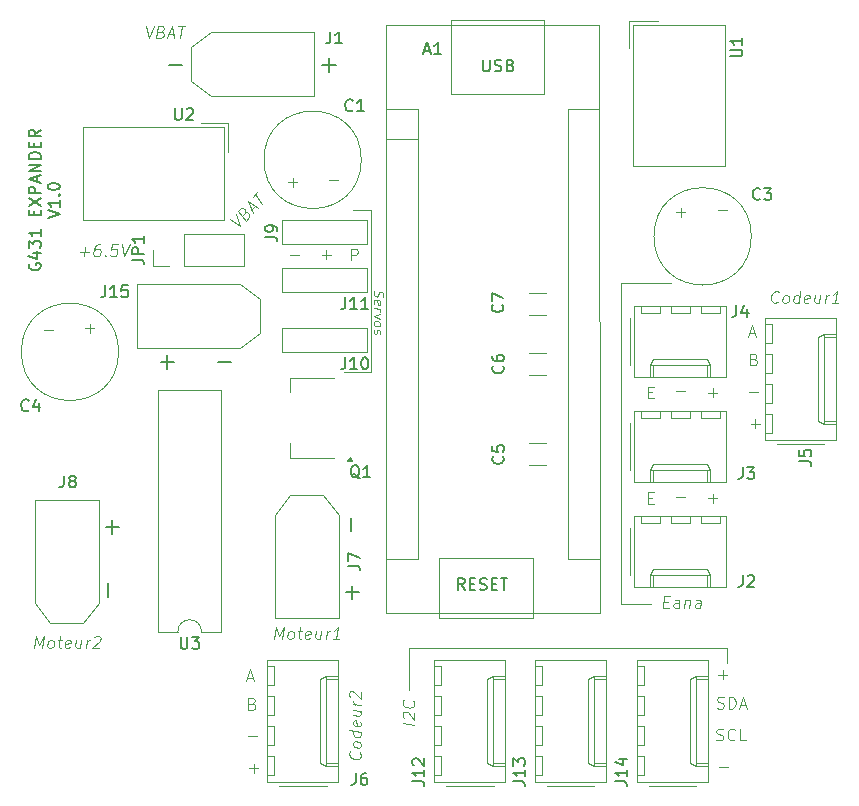
<source format=gbr>
%TF.GenerationSoftware,KiCad,Pcbnew,8.0.7-8.0.7-0~ubuntu22.04.1*%
%TF.CreationDate,2025-01-26T21:06:57+01:00*%
%TF.ProjectId,G431_Expander,47343331-5f45-4787-9061-6e6465722e6b,rev?*%
%TF.SameCoordinates,Original*%
%TF.FileFunction,Legend,Top*%
%TF.FilePolarity,Positive*%
%FSLAX46Y46*%
G04 Gerber Fmt 4.6, Leading zero omitted, Abs format (unit mm)*
G04 Created by KiCad (PCBNEW 8.0.7-8.0.7-0~ubuntu22.04.1) date 2025-01-26 21:06:57*
%MOMM*%
%LPD*%
G01*
G04 APERTURE LIST*
%ADD10C,0.200000*%
%ADD11C,0.100000*%
%ADD12C,0.150000*%
%ADD13C,0.120000*%
G04 APERTURE END LIST*
D10*
X125879694Y-67712552D02*
X125832075Y-67807790D01*
X125832075Y-67807790D02*
X125832075Y-67950647D01*
X125832075Y-67950647D02*
X125879694Y-68093504D01*
X125879694Y-68093504D02*
X125974932Y-68188742D01*
X125974932Y-68188742D02*
X126070170Y-68236361D01*
X126070170Y-68236361D02*
X126260646Y-68283980D01*
X126260646Y-68283980D02*
X126403503Y-68283980D01*
X126403503Y-68283980D02*
X126593979Y-68236361D01*
X126593979Y-68236361D02*
X126689217Y-68188742D01*
X126689217Y-68188742D02*
X126784456Y-68093504D01*
X126784456Y-68093504D02*
X126832075Y-67950647D01*
X126832075Y-67950647D02*
X126832075Y-67855409D01*
X126832075Y-67855409D02*
X126784456Y-67712552D01*
X126784456Y-67712552D02*
X126736836Y-67664933D01*
X126736836Y-67664933D02*
X126403503Y-67664933D01*
X126403503Y-67664933D02*
X126403503Y-67855409D01*
X126165408Y-66807790D02*
X126832075Y-66807790D01*
X125784456Y-67045885D02*
X126498741Y-67283980D01*
X126498741Y-67283980D02*
X126498741Y-66664933D01*
X125832075Y-66379218D02*
X125832075Y-65760171D01*
X125832075Y-65760171D02*
X126213027Y-66093504D01*
X126213027Y-66093504D02*
X126213027Y-65950647D01*
X126213027Y-65950647D02*
X126260646Y-65855409D01*
X126260646Y-65855409D02*
X126308265Y-65807790D01*
X126308265Y-65807790D02*
X126403503Y-65760171D01*
X126403503Y-65760171D02*
X126641598Y-65760171D01*
X126641598Y-65760171D02*
X126736836Y-65807790D01*
X126736836Y-65807790D02*
X126784456Y-65855409D01*
X126784456Y-65855409D02*
X126832075Y-65950647D01*
X126832075Y-65950647D02*
X126832075Y-66236361D01*
X126832075Y-66236361D02*
X126784456Y-66331599D01*
X126784456Y-66331599D02*
X126736836Y-66379218D01*
X126832075Y-64807790D02*
X126832075Y-65379218D01*
X126832075Y-65093504D02*
X125832075Y-65093504D01*
X125832075Y-65093504D02*
X125974932Y-65188742D01*
X125974932Y-65188742D02*
X126070170Y-65283980D01*
X126070170Y-65283980D02*
X126117789Y-65379218D01*
X126308265Y-63617313D02*
X126308265Y-63283980D01*
X126832075Y-63141123D02*
X126832075Y-63617313D01*
X126832075Y-63617313D02*
X125832075Y-63617313D01*
X125832075Y-63617313D02*
X125832075Y-63141123D01*
X125832075Y-62807789D02*
X126832075Y-62141123D01*
X125832075Y-62141123D02*
X126832075Y-62807789D01*
X126832075Y-61760170D02*
X125832075Y-61760170D01*
X125832075Y-61760170D02*
X125832075Y-61379218D01*
X125832075Y-61379218D02*
X125879694Y-61283980D01*
X125879694Y-61283980D02*
X125927313Y-61236361D01*
X125927313Y-61236361D02*
X126022551Y-61188742D01*
X126022551Y-61188742D02*
X126165408Y-61188742D01*
X126165408Y-61188742D02*
X126260646Y-61236361D01*
X126260646Y-61236361D02*
X126308265Y-61283980D01*
X126308265Y-61283980D02*
X126355884Y-61379218D01*
X126355884Y-61379218D02*
X126355884Y-61760170D01*
X126546360Y-60807789D02*
X126546360Y-60331599D01*
X126832075Y-60903027D02*
X125832075Y-60569694D01*
X125832075Y-60569694D02*
X126832075Y-60236361D01*
X126832075Y-59903027D02*
X125832075Y-59903027D01*
X125832075Y-59903027D02*
X126832075Y-59331599D01*
X126832075Y-59331599D02*
X125832075Y-59331599D01*
X126832075Y-58855408D02*
X125832075Y-58855408D01*
X125832075Y-58855408D02*
X125832075Y-58617313D01*
X125832075Y-58617313D02*
X125879694Y-58474456D01*
X125879694Y-58474456D02*
X125974932Y-58379218D01*
X125974932Y-58379218D02*
X126070170Y-58331599D01*
X126070170Y-58331599D02*
X126260646Y-58283980D01*
X126260646Y-58283980D02*
X126403503Y-58283980D01*
X126403503Y-58283980D02*
X126593979Y-58331599D01*
X126593979Y-58331599D02*
X126689217Y-58379218D01*
X126689217Y-58379218D02*
X126784456Y-58474456D01*
X126784456Y-58474456D02*
X126832075Y-58617313D01*
X126832075Y-58617313D02*
X126832075Y-58855408D01*
X126308265Y-57855408D02*
X126308265Y-57522075D01*
X126832075Y-57379218D02*
X126832075Y-57855408D01*
X126832075Y-57855408D02*
X125832075Y-57855408D01*
X125832075Y-57855408D02*
X125832075Y-57379218D01*
X126832075Y-56379218D02*
X126355884Y-56712551D01*
X126832075Y-56950646D02*
X125832075Y-56950646D01*
X125832075Y-56950646D02*
X125832075Y-56569694D01*
X125832075Y-56569694D02*
X125879694Y-56474456D01*
X125879694Y-56474456D02*
X125927313Y-56426837D01*
X125927313Y-56426837D02*
X126022551Y-56379218D01*
X126022551Y-56379218D02*
X126165408Y-56379218D01*
X126165408Y-56379218D02*
X126260646Y-56426837D01*
X126260646Y-56426837D02*
X126308265Y-56474456D01*
X126308265Y-56474456D02*
X126355884Y-56569694D01*
X126355884Y-56569694D02*
X126355884Y-56950646D01*
X127442019Y-63855408D02*
X128442019Y-63522075D01*
X128442019Y-63522075D02*
X127442019Y-63188742D01*
X128442019Y-62331599D02*
X128442019Y-62903027D01*
X128442019Y-62617313D02*
X127442019Y-62617313D01*
X127442019Y-62617313D02*
X127584876Y-62712551D01*
X127584876Y-62712551D02*
X127680114Y-62807789D01*
X127680114Y-62807789D02*
X127727733Y-62903027D01*
X128346780Y-61903027D02*
X128394400Y-61855408D01*
X128394400Y-61855408D02*
X128442019Y-61903027D01*
X128442019Y-61903027D02*
X128394400Y-61950646D01*
X128394400Y-61950646D02*
X128346780Y-61903027D01*
X128346780Y-61903027D02*
X128442019Y-61903027D01*
X127442019Y-61236361D02*
X127442019Y-61141123D01*
X127442019Y-61141123D02*
X127489638Y-61045885D01*
X127489638Y-61045885D02*
X127537257Y-60998266D01*
X127537257Y-60998266D02*
X127632495Y-60950647D01*
X127632495Y-60950647D02*
X127822971Y-60903028D01*
X127822971Y-60903028D02*
X128061066Y-60903028D01*
X128061066Y-60903028D02*
X128251542Y-60950647D01*
X128251542Y-60950647D02*
X128346780Y-60998266D01*
X128346780Y-60998266D02*
X128394400Y-61045885D01*
X128394400Y-61045885D02*
X128442019Y-61141123D01*
X128442019Y-61141123D02*
X128442019Y-61236361D01*
X128442019Y-61236361D02*
X128394400Y-61331599D01*
X128394400Y-61331599D02*
X128346780Y-61379218D01*
X128346780Y-61379218D02*
X128251542Y-61426837D01*
X128251542Y-61426837D02*
X128061066Y-61474456D01*
X128061066Y-61474456D02*
X127822971Y-61474456D01*
X127822971Y-61474456D02*
X127632495Y-61426837D01*
X127632495Y-61426837D02*
X127537257Y-61379218D01*
X127537257Y-61379218D02*
X127489638Y-61331599D01*
X127489638Y-61331599D02*
X127442019Y-61236361D01*
D11*
X155081200Y-70017369D02*
X155043104Y-70126893D01*
X155043104Y-70126893D02*
X155043104Y-70317369D01*
X155043104Y-70317369D02*
X155081200Y-70398322D01*
X155081200Y-70398322D02*
X155119295Y-70441179D01*
X155119295Y-70441179D02*
X155195485Y-70488798D01*
X155195485Y-70488798D02*
X155271676Y-70498322D01*
X155271676Y-70498322D02*
X155347866Y-70469750D01*
X155347866Y-70469750D02*
X155385961Y-70436417D01*
X155385961Y-70436417D02*
X155424057Y-70364989D01*
X155424057Y-70364989D02*
X155462152Y-70217369D01*
X155462152Y-70217369D02*
X155500247Y-70145941D01*
X155500247Y-70145941D02*
X155538342Y-70112608D01*
X155538342Y-70112608D02*
X155614533Y-70084036D01*
X155614533Y-70084036D02*
X155690723Y-70093560D01*
X155690723Y-70093560D02*
X155766914Y-70141179D01*
X155766914Y-70141179D02*
X155805009Y-70184036D01*
X155805009Y-70184036D02*
X155843104Y-70264989D01*
X155843104Y-70264989D02*
X155843104Y-70455465D01*
X155843104Y-70455465D02*
X155805009Y-70564989D01*
X155081200Y-71122132D02*
X155043104Y-71041179D01*
X155043104Y-71041179D02*
X155043104Y-70888798D01*
X155043104Y-70888798D02*
X155081200Y-70817370D01*
X155081200Y-70817370D02*
X155157390Y-70788798D01*
X155157390Y-70788798D02*
X155462152Y-70826894D01*
X155462152Y-70826894D02*
X155538342Y-70874513D01*
X155538342Y-70874513D02*
X155576438Y-70955465D01*
X155576438Y-70955465D02*
X155576438Y-71107846D01*
X155576438Y-71107846D02*
X155538342Y-71179274D01*
X155538342Y-71179274D02*
X155462152Y-71207846D01*
X155462152Y-71207846D02*
X155385961Y-71198322D01*
X155385961Y-71198322D02*
X155309771Y-70807846D01*
X155043104Y-71498322D02*
X155576438Y-71564988D01*
X155424057Y-71545941D02*
X155500247Y-71593560D01*
X155500247Y-71593560D02*
X155538342Y-71636417D01*
X155538342Y-71636417D02*
X155576438Y-71717369D01*
X155576438Y-71717369D02*
X155576438Y-71793560D01*
X155576438Y-71984036D02*
X155043104Y-72107846D01*
X155043104Y-72107846D02*
X155576438Y-72364988D01*
X155043104Y-72717370D02*
X155081200Y-72645941D01*
X155081200Y-72645941D02*
X155119295Y-72612608D01*
X155119295Y-72612608D02*
X155195485Y-72584036D01*
X155195485Y-72584036D02*
X155424057Y-72612608D01*
X155424057Y-72612608D02*
X155500247Y-72660227D01*
X155500247Y-72660227D02*
X155538342Y-72703084D01*
X155538342Y-72703084D02*
X155576438Y-72784036D01*
X155576438Y-72784036D02*
X155576438Y-72898322D01*
X155576438Y-72898322D02*
X155538342Y-72969750D01*
X155538342Y-72969750D02*
X155500247Y-73003084D01*
X155500247Y-73003084D02*
X155424057Y-73031655D01*
X155424057Y-73031655D02*
X155195485Y-73003084D01*
X155195485Y-73003084D02*
X155119295Y-72955465D01*
X155119295Y-72955465D02*
X155081200Y-72912608D01*
X155081200Y-72912608D02*
X155043104Y-72831655D01*
X155043104Y-72831655D02*
X155043104Y-72717370D01*
X155081200Y-73293560D02*
X155043104Y-73364989D01*
X155043104Y-73364989D02*
X155043104Y-73517370D01*
X155043104Y-73517370D02*
X155081200Y-73598322D01*
X155081200Y-73598322D02*
X155157390Y-73645941D01*
X155157390Y-73645941D02*
X155195485Y-73650703D01*
X155195485Y-73650703D02*
X155271676Y-73622132D01*
X155271676Y-73622132D02*
X155309771Y-73550703D01*
X155309771Y-73550703D02*
X155309771Y-73436418D01*
X155309771Y-73436418D02*
X155347866Y-73364989D01*
X155347866Y-73364989D02*
X155424057Y-73336418D01*
X155424057Y-73336418D02*
X155462152Y-73341180D01*
X155462152Y-73341180D02*
X155538342Y-73388799D01*
X155538342Y-73388799D02*
X155576438Y-73469751D01*
X155576438Y-73469751D02*
X155576438Y-73584037D01*
X155576438Y-73584037D02*
X155538342Y-73655465D01*
X154838400Y-76860400D02*
X152552400Y-76860400D01*
X154838400Y-63195200D02*
X154838400Y-76860400D01*
X153314400Y-63195200D02*
X154838400Y-63195200D01*
X153110284Y-67436419D02*
X153110284Y-66436419D01*
X153110284Y-66436419D02*
X153491236Y-66436419D01*
X153491236Y-66436419D02*
X153586474Y-66484038D01*
X153586474Y-66484038D02*
X153634093Y-66531657D01*
X153634093Y-66531657D02*
X153681712Y-66626895D01*
X153681712Y-66626895D02*
X153681712Y-66769752D01*
X153681712Y-66769752D02*
X153634093Y-66864990D01*
X153634093Y-66864990D02*
X153586474Y-66912609D01*
X153586474Y-66912609D02*
X153491236Y-66960228D01*
X153491236Y-66960228D02*
X153110284Y-66960228D01*
X147979484Y-67004666D02*
X148741389Y-67004666D01*
X150621084Y-66953866D02*
X151382989Y-66953866D01*
X151002036Y-67334819D02*
X151002036Y-66572914D01*
X151281484Y-60654666D02*
X152043389Y-60654666D01*
X147776284Y-60807066D02*
X148538189Y-60807066D01*
X148157236Y-61188019D02*
X148157236Y-60426114D01*
X127864515Y-73355733D02*
X127102611Y-73355733D01*
X131369715Y-73203333D02*
X130607811Y-73203333D01*
X130988763Y-72822380D02*
X130988763Y-73584285D01*
X180643884Y-63347066D02*
X181405789Y-63347066D01*
X181024836Y-63728019D02*
X181024836Y-62966114D01*
X184149084Y-63194666D02*
X184910989Y-63194666D01*
X183336284Y-78637866D02*
X184098189Y-78637866D01*
X183717236Y-79018819D02*
X183717236Y-78256914D01*
X180643884Y-78536266D02*
X181405789Y-78536266D01*
X178256284Y-78596609D02*
X178589617Y-78596609D01*
X178732474Y-79120419D02*
X178256284Y-79120419D01*
X178256284Y-79120419D02*
X178256284Y-78120419D01*
X178256284Y-78120419D02*
X178732474Y-78120419D01*
X187225617Y-75802609D02*
X187368474Y-75850228D01*
X187368474Y-75850228D02*
X187416093Y-75897847D01*
X187416093Y-75897847D02*
X187463712Y-75993085D01*
X187463712Y-75993085D02*
X187463712Y-76135942D01*
X187463712Y-76135942D02*
X187416093Y-76231180D01*
X187416093Y-76231180D02*
X187368474Y-76278800D01*
X187368474Y-76278800D02*
X187273236Y-76326419D01*
X187273236Y-76326419D02*
X186892284Y-76326419D01*
X186892284Y-76326419D02*
X186892284Y-75326419D01*
X186892284Y-75326419D02*
X187225617Y-75326419D01*
X187225617Y-75326419D02*
X187320855Y-75374038D01*
X187320855Y-75374038D02*
X187368474Y-75421657D01*
X187368474Y-75421657D02*
X187416093Y-75516895D01*
X187416093Y-75516895D02*
X187416093Y-75612133D01*
X187416093Y-75612133D02*
X187368474Y-75707371D01*
X187368474Y-75707371D02*
X187320855Y-75754990D01*
X187320855Y-75754990D02*
X187225617Y-75802609D01*
X187225617Y-75802609D02*
X186892284Y-75802609D01*
X186793865Y-73602304D02*
X187270055Y-73602304D01*
X186698627Y-73888019D02*
X187031960Y-72888019D01*
X187031960Y-72888019D02*
X187365293Y-73888019D01*
X186841484Y-78587066D02*
X187603389Y-78587066D01*
X186943084Y-81279466D02*
X187704989Y-81279466D01*
X187324036Y-81660419D02*
X187324036Y-80898514D01*
X142859922Y-63977837D02*
X143714343Y-64537630D01*
X143714343Y-64537630D02*
X143331327Y-63506432D01*
X144097359Y-63413835D02*
X144227837Y-63350700D01*
X144227837Y-63350700D02*
X144290972Y-63354909D01*
X144290972Y-63354909D02*
X144383569Y-63396999D01*
X144383569Y-63396999D02*
X144471957Y-63510641D01*
X144471957Y-63510641D02*
X144497211Y-63620074D01*
X144497211Y-63620074D02*
X144493002Y-63691627D01*
X144493002Y-63691627D02*
X144455121Y-63796851D01*
X144455121Y-63796851D02*
X144185747Y-64066225D01*
X144185747Y-64066225D02*
X143567029Y-63270730D01*
X143567029Y-63270730D02*
X143802731Y-63035027D01*
X143802731Y-63035027D02*
X143899538Y-63005565D01*
X143899538Y-63005565D02*
X143962672Y-63009774D01*
X143962672Y-63009774D02*
X144055269Y-63051863D01*
X144055269Y-63051863D02*
X144114195Y-63127625D01*
X144114195Y-63127625D02*
X144139449Y-63237058D01*
X144139449Y-63237058D02*
X144135240Y-63308610D01*
X144135240Y-63308610D02*
X144097359Y-63413835D01*
X144097359Y-63413835D02*
X143861657Y-63649537D01*
X144682406Y-63165506D02*
X145019123Y-62828788D01*
X144791839Y-63460133D02*
X144408823Y-62428936D01*
X144408823Y-62428936D02*
X145263243Y-62988729D01*
X144779212Y-62058547D02*
X145183273Y-61654486D01*
X145599961Y-62652011D02*
X144981243Y-61856516D01*
X130139550Y-66699866D02*
X130901455Y-66699866D01*
X130472884Y-67080819D02*
X130568122Y-66318914D01*
X131883598Y-66080819D02*
X131693122Y-66080819D01*
X131693122Y-66080819D02*
X131591931Y-66128438D01*
X131591931Y-66128438D02*
X131538360Y-66176057D01*
X131538360Y-66176057D02*
X131425264Y-66318914D01*
X131425264Y-66318914D02*
X131353836Y-66509390D01*
X131353836Y-66509390D02*
X131306217Y-66890342D01*
X131306217Y-66890342D02*
X131341931Y-66985580D01*
X131341931Y-66985580D02*
X131383598Y-67033200D01*
X131383598Y-67033200D02*
X131472884Y-67080819D01*
X131472884Y-67080819D02*
X131663360Y-67080819D01*
X131663360Y-67080819D02*
X131764550Y-67033200D01*
X131764550Y-67033200D02*
X131818122Y-66985580D01*
X131818122Y-66985580D02*
X131877645Y-66890342D01*
X131877645Y-66890342D02*
X131907407Y-66652247D01*
X131907407Y-66652247D02*
X131871693Y-66557009D01*
X131871693Y-66557009D02*
X131830026Y-66509390D01*
X131830026Y-66509390D02*
X131740741Y-66461771D01*
X131740741Y-66461771D02*
X131550264Y-66461771D01*
X131550264Y-66461771D02*
X131449074Y-66509390D01*
X131449074Y-66509390D02*
X131395503Y-66557009D01*
X131395503Y-66557009D02*
X131335979Y-66652247D01*
X132294312Y-66985580D02*
X132335979Y-67033200D01*
X132335979Y-67033200D02*
X132282407Y-67080819D01*
X132282407Y-67080819D02*
X132240741Y-67033200D01*
X132240741Y-67033200D02*
X132294312Y-66985580D01*
X132294312Y-66985580D02*
X132282407Y-67080819D01*
X133359788Y-66080819D02*
X132883597Y-66080819D01*
X132883597Y-66080819D02*
X132776455Y-66557009D01*
X132776455Y-66557009D02*
X132830026Y-66509390D01*
X132830026Y-66509390D02*
X132931216Y-66461771D01*
X132931216Y-66461771D02*
X133169312Y-66461771D01*
X133169312Y-66461771D02*
X133258597Y-66509390D01*
X133258597Y-66509390D02*
X133300264Y-66557009D01*
X133300264Y-66557009D02*
X133335978Y-66652247D01*
X133335978Y-66652247D02*
X133306216Y-66890342D01*
X133306216Y-66890342D02*
X133246693Y-66985580D01*
X133246693Y-66985580D02*
X133193121Y-67033200D01*
X133193121Y-67033200D02*
X133091931Y-67080819D01*
X133091931Y-67080819D02*
X132853835Y-67080819D01*
X132853835Y-67080819D02*
X132764550Y-67033200D01*
X132764550Y-67033200D02*
X132722883Y-66985580D01*
X133693121Y-66080819D02*
X133901455Y-67080819D01*
X133901455Y-67080819D02*
X134359788Y-66080819D01*
X184962800Y-100228400D02*
X184962800Y-101549200D01*
X158470019Y-106737668D02*
X157470019Y-106612668D01*
X157565257Y-106196001D02*
X157517638Y-106142430D01*
X157517638Y-106142430D02*
X157470019Y-106041240D01*
X157470019Y-106041240D02*
X157470019Y-105803144D01*
X157470019Y-105803144D02*
X157517638Y-105713859D01*
X157517638Y-105713859D02*
X157565257Y-105672192D01*
X157565257Y-105672192D02*
X157660495Y-105636478D01*
X157660495Y-105636478D02*
X157755733Y-105648382D01*
X157755733Y-105648382D02*
X157898590Y-105713859D01*
X157898590Y-105713859D02*
X158470019Y-106356716D01*
X158470019Y-106356716D02*
X158470019Y-105737668D01*
X158374780Y-104725763D02*
X158422400Y-104779335D01*
X158422400Y-104779335D02*
X158470019Y-104928144D01*
X158470019Y-104928144D02*
X158470019Y-105023382D01*
X158470019Y-105023382D02*
X158422400Y-105160287D01*
X158422400Y-105160287D02*
X158327161Y-105243620D01*
X158327161Y-105243620D02*
X158231923Y-105279335D01*
X158231923Y-105279335D02*
X158041447Y-105303144D01*
X158041447Y-105303144D02*
X157898590Y-105285287D01*
X157898590Y-105285287D02*
X157708114Y-105213859D01*
X157708114Y-105213859D02*
X157612876Y-105154335D01*
X157612876Y-105154335D02*
X157517638Y-105047192D01*
X157517638Y-105047192D02*
X157470019Y-104898382D01*
X157470019Y-104898382D02*
X157470019Y-104803144D01*
X157470019Y-104803144D02*
X157517638Y-104666240D01*
X157517638Y-104666240D02*
X157565257Y-104624573D01*
X184301484Y-110337066D02*
X185063389Y-110337066D01*
X184050665Y-108028800D02*
X184193522Y-108076419D01*
X184193522Y-108076419D02*
X184431617Y-108076419D01*
X184431617Y-108076419D02*
X184526855Y-108028800D01*
X184526855Y-108028800D02*
X184574474Y-107981180D01*
X184574474Y-107981180D02*
X184622093Y-107885942D01*
X184622093Y-107885942D02*
X184622093Y-107790704D01*
X184622093Y-107790704D02*
X184574474Y-107695466D01*
X184574474Y-107695466D02*
X184526855Y-107647847D01*
X184526855Y-107647847D02*
X184431617Y-107600228D01*
X184431617Y-107600228D02*
X184241141Y-107552609D01*
X184241141Y-107552609D02*
X184145903Y-107504990D01*
X184145903Y-107504990D02*
X184098284Y-107457371D01*
X184098284Y-107457371D02*
X184050665Y-107362133D01*
X184050665Y-107362133D02*
X184050665Y-107266895D01*
X184050665Y-107266895D02*
X184098284Y-107171657D01*
X184098284Y-107171657D02*
X184145903Y-107124038D01*
X184145903Y-107124038D02*
X184241141Y-107076419D01*
X184241141Y-107076419D02*
X184479236Y-107076419D01*
X184479236Y-107076419D02*
X184622093Y-107124038D01*
X185622093Y-107981180D02*
X185574474Y-108028800D01*
X185574474Y-108028800D02*
X185431617Y-108076419D01*
X185431617Y-108076419D02*
X185336379Y-108076419D01*
X185336379Y-108076419D02*
X185193522Y-108028800D01*
X185193522Y-108028800D02*
X185098284Y-107933561D01*
X185098284Y-107933561D02*
X185050665Y-107838323D01*
X185050665Y-107838323D02*
X185003046Y-107647847D01*
X185003046Y-107647847D02*
X185003046Y-107504990D01*
X185003046Y-107504990D02*
X185050665Y-107314514D01*
X185050665Y-107314514D02*
X185098284Y-107219276D01*
X185098284Y-107219276D02*
X185193522Y-107124038D01*
X185193522Y-107124038D02*
X185336379Y-107076419D01*
X185336379Y-107076419D02*
X185431617Y-107076419D01*
X185431617Y-107076419D02*
X185574474Y-107124038D01*
X185574474Y-107124038D02*
X185622093Y-107171657D01*
X186526855Y-108076419D02*
X186050665Y-108076419D01*
X186050665Y-108076419D02*
X186050665Y-107076419D01*
X184101465Y-105336400D02*
X184244322Y-105384019D01*
X184244322Y-105384019D02*
X184482417Y-105384019D01*
X184482417Y-105384019D02*
X184577655Y-105336400D01*
X184577655Y-105336400D02*
X184625274Y-105288780D01*
X184625274Y-105288780D02*
X184672893Y-105193542D01*
X184672893Y-105193542D02*
X184672893Y-105098304D01*
X184672893Y-105098304D02*
X184625274Y-105003066D01*
X184625274Y-105003066D02*
X184577655Y-104955447D01*
X184577655Y-104955447D02*
X184482417Y-104907828D01*
X184482417Y-104907828D02*
X184291941Y-104860209D01*
X184291941Y-104860209D02*
X184196703Y-104812590D01*
X184196703Y-104812590D02*
X184149084Y-104764971D01*
X184149084Y-104764971D02*
X184101465Y-104669733D01*
X184101465Y-104669733D02*
X184101465Y-104574495D01*
X184101465Y-104574495D02*
X184149084Y-104479257D01*
X184149084Y-104479257D02*
X184196703Y-104431638D01*
X184196703Y-104431638D02*
X184291941Y-104384019D01*
X184291941Y-104384019D02*
X184530036Y-104384019D01*
X184530036Y-104384019D02*
X184672893Y-104431638D01*
X185101465Y-105384019D02*
X185101465Y-104384019D01*
X185101465Y-104384019D02*
X185339560Y-104384019D01*
X185339560Y-104384019D02*
X185482417Y-104431638D01*
X185482417Y-104431638D02*
X185577655Y-104526876D01*
X185577655Y-104526876D02*
X185625274Y-104622114D01*
X185625274Y-104622114D02*
X185672893Y-104812590D01*
X185672893Y-104812590D02*
X185672893Y-104955447D01*
X185672893Y-104955447D02*
X185625274Y-105145923D01*
X185625274Y-105145923D02*
X185577655Y-105241161D01*
X185577655Y-105241161D02*
X185482417Y-105336400D01*
X185482417Y-105336400D02*
X185339560Y-105384019D01*
X185339560Y-105384019D02*
X185101465Y-105384019D01*
X186053846Y-105098304D02*
X186530036Y-105098304D01*
X185958608Y-105384019D02*
X186291941Y-104384019D01*
X186291941Y-104384019D02*
X186625274Y-105384019D01*
X184199884Y-102513866D02*
X184961789Y-102513866D01*
X184580836Y-102894819D02*
X184580836Y-102132914D01*
X157988000Y-100228400D02*
X184962800Y-100228400D01*
X157988000Y-103784400D02*
X157988000Y-100228400D01*
X135763674Y-47589619D02*
X135972008Y-48589619D01*
X135972008Y-48589619D02*
X136430341Y-47589619D01*
X137037484Y-48065809D02*
X137174389Y-48113428D01*
X137174389Y-48113428D02*
X137216055Y-48161047D01*
X137216055Y-48161047D02*
X137251770Y-48256285D01*
X137251770Y-48256285D02*
X137233912Y-48399142D01*
X137233912Y-48399142D02*
X137174389Y-48494380D01*
X137174389Y-48494380D02*
X137120817Y-48542000D01*
X137120817Y-48542000D02*
X137019627Y-48589619D01*
X137019627Y-48589619D02*
X136638674Y-48589619D01*
X136638674Y-48589619D02*
X136763674Y-47589619D01*
X136763674Y-47589619D02*
X137097008Y-47589619D01*
X137097008Y-47589619D02*
X137186293Y-47637238D01*
X137186293Y-47637238D02*
X137227960Y-47684857D01*
X137227960Y-47684857D02*
X137263674Y-47780095D01*
X137263674Y-47780095D02*
X137251770Y-47875333D01*
X137251770Y-47875333D02*
X137192246Y-47970571D01*
X137192246Y-47970571D02*
X137138674Y-48018190D01*
X137138674Y-48018190D02*
X137037484Y-48065809D01*
X137037484Y-48065809D02*
X136704151Y-48065809D01*
X137626770Y-48303904D02*
X138102960Y-48303904D01*
X137495817Y-48589619D02*
X137954151Y-47589619D01*
X137954151Y-47589619D02*
X138162484Y-48589619D01*
X138477960Y-47589619D02*
X139049389Y-47589619D01*
X138638675Y-48589619D02*
X138763675Y-47589619D01*
X146601931Y-99491219D02*
X146726931Y-98491219D01*
X146726931Y-98491219D02*
X146970979Y-99205504D01*
X146970979Y-99205504D02*
X147393598Y-98491219D01*
X147393598Y-98491219D02*
X147268598Y-99491219D01*
X147887646Y-99491219D02*
X147798360Y-99443600D01*
X147798360Y-99443600D02*
X147756693Y-99395980D01*
X147756693Y-99395980D02*
X147720979Y-99300742D01*
X147720979Y-99300742D02*
X147756693Y-99015028D01*
X147756693Y-99015028D02*
X147816217Y-98919790D01*
X147816217Y-98919790D02*
X147869788Y-98872171D01*
X147869788Y-98872171D02*
X147970979Y-98824552D01*
X147970979Y-98824552D02*
X148113836Y-98824552D01*
X148113836Y-98824552D02*
X148203122Y-98872171D01*
X148203122Y-98872171D02*
X148244788Y-98919790D01*
X148244788Y-98919790D02*
X148280503Y-99015028D01*
X148280503Y-99015028D02*
X148244788Y-99300742D01*
X148244788Y-99300742D02*
X148185265Y-99395980D01*
X148185265Y-99395980D02*
X148131693Y-99443600D01*
X148131693Y-99443600D02*
X148030503Y-99491219D01*
X148030503Y-99491219D02*
X147887646Y-99491219D01*
X148590027Y-98824552D02*
X148970979Y-98824552D01*
X148774550Y-98491219D02*
X148667408Y-99348361D01*
X148667408Y-99348361D02*
X148703122Y-99443600D01*
X148703122Y-99443600D02*
X148792408Y-99491219D01*
X148792408Y-99491219D02*
X148887646Y-99491219D01*
X149607884Y-99443600D02*
X149506694Y-99491219D01*
X149506694Y-99491219D02*
X149316217Y-99491219D01*
X149316217Y-99491219D02*
X149226932Y-99443600D01*
X149226932Y-99443600D02*
X149191217Y-99348361D01*
X149191217Y-99348361D02*
X149238837Y-98967409D01*
X149238837Y-98967409D02*
X149298360Y-98872171D01*
X149298360Y-98872171D02*
X149399551Y-98824552D01*
X149399551Y-98824552D02*
X149590027Y-98824552D01*
X149590027Y-98824552D02*
X149679313Y-98872171D01*
X149679313Y-98872171D02*
X149715027Y-98967409D01*
X149715027Y-98967409D02*
X149703122Y-99062647D01*
X149703122Y-99062647D02*
X149215027Y-99157885D01*
X150590027Y-98824552D02*
X150506694Y-99491219D01*
X150161456Y-98824552D02*
X150095980Y-99348361D01*
X150095980Y-99348361D02*
X150131694Y-99443600D01*
X150131694Y-99443600D02*
X150220980Y-99491219D01*
X150220980Y-99491219D02*
X150363837Y-99491219D01*
X150363837Y-99491219D02*
X150465027Y-99443600D01*
X150465027Y-99443600D02*
X150518599Y-99395980D01*
X150982884Y-99491219D02*
X151066218Y-98824552D01*
X151042408Y-99015028D02*
X151101932Y-98919790D01*
X151101932Y-98919790D02*
X151155503Y-98872171D01*
X151155503Y-98872171D02*
X151256694Y-98824552D01*
X151256694Y-98824552D02*
X151351932Y-98824552D01*
X152125742Y-99491219D02*
X151554313Y-99491219D01*
X151840028Y-99491219D02*
X151965028Y-98491219D01*
X151965028Y-98491219D02*
X151851932Y-98634076D01*
X151851932Y-98634076D02*
X151744790Y-98729314D01*
X151744790Y-98729314D02*
X151643599Y-98776933D01*
X126281931Y-100253219D02*
X126406931Y-99253219D01*
X126406931Y-99253219D02*
X126650979Y-99967504D01*
X126650979Y-99967504D02*
X127073598Y-99253219D01*
X127073598Y-99253219D02*
X126948598Y-100253219D01*
X127567646Y-100253219D02*
X127478360Y-100205600D01*
X127478360Y-100205600D02*
X127436693Y-100157980D01*
X127436693Y-100157980D02*
X127400979Y-100062742D01*
X127400979Y-100062742D02*
X127436693Y-99777028D01*
X127436693Y-99777028D02*
X127496217Y-99681790D01*
X127496217Y-99681790D02*
X127549788Y-99634171D01*
X127549788Y-99634171D02*
X127650979Y-99586552D01*
X127650979Y-99586552D02*
X127793836Y-99586552D01*
X127793836Y-99586552D02*
X127883122Y-99634171D01*
X127883122Y-99634171D02*
X127924788Y-99681790D01*
X127924788Y-99681790D02*
X127960503Y-99777028D01*
X127960503Y-99777028D02*
X127924788Y-100062742D01*
X127924788Y-100062742D02*
X127865265Y-100157980D01*
X127865265Y-100157980D02*
X127811693Y-100205600D01*
X127811693Y-100205600D02*
X127710503Y-100253219D01*
X127710503Y-100253219D02*
X127567646Y-100253219D01*
X128270027Y-99586552D02*
X128650979Y-99586552D01*
X128454550Y-99253219D02*
X128347408Y-100110361D01*
X128347408Y-100110361D02*
X128383122Y-100205600D01*
X128383122Y-100205600D02*
X128472408Y-100253219D01*
X128472408Y-100253219D02*
X128567646Y-100253219D01*
X129287884Y-100205600D02*
X129186694Y-100253219D01*
X129186694Y-100253219D02*
X128996217Y-100253219D01*
X128996217Y-100253219D02*
X128906932Y-100205600D01*
X128906932Y-100205600D02*
X128871217Y-100110361D01*
X128871217Y-100110361D02*
X128918837Y-99729409D01*
X128918837Y-99729409D02*
X128978360Y-99634171D01*
X128978360Y-99634171D02*
X129079551Y-99586552D01*
X129079551Y-99586552D02*
X129270027Y-99586552D01*
X129270027Y-99586552D02*
X129359313Y-99634171D01*
X129359313Y-99634171D02*
X129395027Y-99729409D01*
X129395027Y-99729409D02*
X129383122Y-99824647D01*
X129383122Y-99824647D02*
X128895027Y-99919885D01*
X130270027Y-99586552D02*
X130186694Y-100253219D01*
X129841456Y-99586552D02*
X129775980Y-100110361D01*
X129775980Y-100110361D02*
X129811694Y-100205600D01*
X129811694Y-100205600D02*
X129900980Y-100253219D01*
X129900980Y-100253219D02*
X130043837Y-100253219D01*
X130043837Y-100253219D02*
X130145027Y-100205600D01*
X130145027Y-100205600D02*
X130198599Y-100157980D01*
X130662884Y-100253219D02*
X130746218Y-99586552D01*
X130722408Y-99777028D02*
X130781932Y-99681790D01*
X130781932Y-99681790D02*
X130835503Y-99634171D01*
X130835503Y-99634171D02*
X130936694Y-99586552D01*
X130936694Y-99586552D02*
X131031932Y-99586552D01*
X131347409Y-99348457D02*
X131400980Y-99300838D01*
X131400980Y-99300838D02*
X131502170Y-99253219D01*
X131502170Y-99253219D02*
X131740266Y-99253219D01*
X131740266Y-99253219D02*
X131829551Y-99300838D01*
X131829551Y-99300838D02*
X131871218Y-99348457D01*
X131871218Y-99348457D02*
X131906932Y-99443695D01*
X131906932Y-99443695D02*
X131895028Y-99538933D01*
X131895028Y-99538933D02*
X131829551Y-99681790D01*
X131829551Y-99681790D02*
X131186694Y-100253219D01*
X131186694Y-100253219D02*
X131805742Y-100253219D01*
X144756817Y-104961809D02*
X144899674Y-105009428D01*
X144899674Y-105009428D02*
X144947293Y-105057047D01*
X144947293Y-105057047D02*
X144994912Y-105152285D01*
X144994912Y-105152285D02*
X144994912Y-105295142D01*
X144994912Y-105295142D02*
X144947293Y-105390380D01*
X144947293Y-105390380D02*
X144899674Y-105438000D01*
X144899674Y-105438000D02*
X144804436Y-105485619D01*
X144804436Y-105485619D02*
X144423484Y-105485619D01*
X144423484Y-105485619D02*
X144423484Y-104485619D01*
X144423484Y-104485619D02*
X144756817Y-104485619D01*
X144756817Y-104485619D02*
X144852055Y-104533238D01*
X144852055Y-104533238D02*
X144899674Y-104580857D01*
X144899674Y-104580857D02*
X144947293Y-104676095D01*
X144947293Y-104676095D02*
X144947293Y-104771333D01*
X144947293Y-104771333D02*
X144899674Y-104866571D01*
X144899674Y-104866571D02*
X144852055Y-104914190D01*
X144852055Y-104914190D02*
X144756817Y-104961809D01*
X144756817Y-104961809D02*
X144423484Y-104961809D01*
X144325065Y-102761504D02*
X144801255Y-102761504D01*
X144229827Y-103047219D02*
X144563160Y-102047219D01*
X144563160Y-102047219D02*
X144896493Y-103047219D01*
X144474284Y-110438666D02*
X145236189Y-110438666D01*
X144855236Y-110819619D02*
X144855236Y-110057714D01*
X144372684Y-107746266D02*
X145134589Y-107746266D01*
X153853580Y-109100734D02*
X153901200Y-109154306D01*
X153901200Y-109154306D02*
X153948819Y-109303115D01*
X153948819Y-109303115D02*
X153948819Y-109398353D01*
X153948819Y-109398353D02*
X153901200Y-109535258D01*
X153901200Y-109535258D02*
X153805961Y-109618591D01*
X153805961Y-109618591D02*
X153710723Y-109654306D01*
X153710723Y-109654306D02*
X153520247Y-109678115D01*
X153520247Y-109678115D02*
X153377390Y-109660258D01*
X153377390Y-109660258D02*
X153186914Y-109588830D01*
X153186914Y-109588830D02*
X153091676Y-109529306D01*
X153091676Y-109529306D02*
X152996438Y-109422163D01*
X152996438Y-109422163D02*
X152948819Y-109273353D01*
X152948819Y-109273353D02*
X152948819Y-109178115D01*
X152948819Y-109178115D02*
X152996438Y-109041211D01*
X152996438Y-109041211D02*
X153044057Y-108999544D01*
X153948819Y-108541211D02*
X153901200Y-108630496D01*
X153901200Y-108630496D02*
X153853580Y-108672163D01*
X153853580Y-108672163D02*
X153758342Y-108707877D01*
X153758342Y-108707877D02*
X153472628Y-108672163D01*
X153472628Y-108672163D02*
X153377390Y-108612639D01*
X153377390Y-108612639D02*
X153329771Y-108559068D01*
X153329771Y-108559068D02*
X153282152Y-108457877D01*
X153282152Y-108457877D02*
X153282152Y-108315020D01*
X153282152Y-108315020D02*
X153329771Y-108225734D01*
X153329771Y-108225734D02*
X153377390Y-108184068D01*
X153377390Y-108184068D02*
X153472628Y-108148353D01*
X153472628Y-108148353D02*
X153758342Y-108184068D01*
X153758342Y-108184068D02*
X153853580Y-108243591D01*
X153853580Y-108243591D02*
X153901200Y-108297163D01*
X153901200Y-108297163D02*
X153948819Y-108398353D01*
X153948819Y-108398353D02*
X153948819Y-108541211D01*
X153948819Y-107350734D02*
X152948819Y-107225734D01*
X153901200Y-107344782D02*
X153948819Y-107445972D01*
X153948819Y-107445972D02*
X153948819Y-107636449D01*
X153948819Y-107636449D02*
X153901200Y-107725734D01*
X153901200Y-107725734D02*
X153853580Y-107767401D01*
X153853580Y-107767401D02*
X153758342Y-107803115D01*
X153758342Y-107803115D02*
X153472628Y-107767401D01*
X153472628Y-107767401D02*
X153377390Y-107707877D01*
X153377390Y-107707877D02*
X153329771Y-107654306D01*
X153329771Y-107654306D02*
X153282152Y-107553115D01*
X153282152Y-107553115D02*
X153282152Y-107362639D01*
X153282152Y-107362639D02*
X153329771Y-107273353D01*
X153901200Y-106487639D02*
X153948819Y-106588829D01*
X153948819Y-106588829D02*
X153948819Y-106779306D01*
X153948819Y-106779306D02*
X153901200Y-106868591D01*
X153901200Y-106868591D02*
X153805961Y-106904306D01*
X153805961Y-106904306D02*
X153425009Y-106856687D01*
X153425009Y-106856687D02*
X153329771Y-106797163D01*
X153329771Y-106797163D02*
X153282152Y-106695972D01*
X153282152Y-106695972D02*
X153282152Y-106505496D01*
X153282152Y-106505496D02*
X153329771Y-106416210D01*
X153329771Y-106416210D02*
X153425009Y-106380496D01*
X153425009Y-106380496D02*
X153520247Y-106392401D01*
X153520247Y-106392401D02*
X153615485Y-106880496D01*
X153282152Y-105505496D02*
X153948819Y-105588829D01*
X153282152Y-105934067D02*
X153805961Y-105999544D01*
X153805961Y-105999544D02*
X153901200Y-105963829D01*
X153901200Y-105963829D02*
X153948819Y-105874544D01*
X153948819Y-105874544D02*
X153948819Y-105731686D01*
X153948819Y-105731686D02*
X153901200Y-105630496D01*
X153901200Y-105630496D02*
X153853580Y-105576924D01*
X153948819Y-105112639D02*
X153282152Y-105029305D01*
X153472628Y-105053115D02*
X153377390Y-104993591D01*
X153377390Y-104993591D02*
X153329771Y-104940020D01*
X153329771Y-104940020D02*
X153282152Y-104838829D01*
X153282152Y-104838829D02*
X153282152Y-104743591D01*
X153044057Y-104428114D02*
X152996438Y-104374543D01*
X152996438Y-104374543D02*
X152948819Y-104273353D01*
X152948819Y-104273353D02*
X152948819Y-104035257D01*
X152948819Y-104035257D02*
X152996438Y-103945972D01*
X152996438Y-103945972D02*
X153044057Y-103904305D01*
X153044057Y-103904305D02*
X153139295Y-103868591D01*
X153139295Y-103868591D02*
X153234533Y-103880495D01*
X153234533Y-103880495D02*
X153377390Y-103945972D01*
X153377390Y-103945972D02*
X153948819Y-104588829D01*
X153948819Y-104588829D02*
X153948819Y-103969781D01*
X189247665Y-70947980D02*
X189194093Y-70995600D01*
X189194093Y-70995600D02*
X189045284Y-71043219D01*
X189045284Y-71043219D02*
X188950046Y-71043219D01*
X188950046Y-71043219D02*
X188813141Y-70995600D01*
X188813141Y-70995600D02*
X188729808Y-70900361D01*
X188729808Y-70900361D02*
X188694093Y-70805123D01*
X188694093Y-70805123D02*
X188670284Y-70614647D01*
X188670284Y-70614647D02*
X188688141Y-70471790D01*
X188688141Y-70471790D02*
X188759569Y-70281314D01*
X188759569Y-70281314D02*
X188819093Y-70186076D01*
X188819093Y-70186076D02*
X188926236Y-70090838D01*
X188926236Y-70090838D02*
X189075046Y-70043219D01*
X189075046Y-70043219D02*
X189170284Y-70043219D01*
X189170284Y-70043219D02*
X189307189Y-70090838D01*
X189307189Y-70090838D02*
X189348855Y-70138457D01*
X189807189Y-71043219D02*
X189717903Y-70995600D01*
X189717903Y-70995600D02*
X189676236Y-70947980D01*
X189676236Y-70947980D02*
X189640522Y-70852742D01*
X189640522Y-70852742D02*
X189676236Y-70567028D01*
X189676236Y-70567028D02*
X189735760Y-70471790D01*
X189735760Y-70471790D02*
X189789331Y-70424171D01*
X189789331Y-70424171D02*
X189890522Y-70376552D01*
X189890522Y-70376552D02*
X190033379Y-70376552D01*
X190033379Y-70376552D02*
X190122665Y-70424171D01*
X190122665Y-70424171D02*
X190164331Y-70471790D01*
X190164331Y-70471790D02*
X190200046Y-70567028D01*
X190200046Y-70567028D02*
X190164331Y-70852742D01*
X190164331Y-70852742D02*
X190104808Y-70947980D01*
X190104808Y-70947980D02*
X190051236Y-70995600D01*
X190051236Y-70995600D02*
X189950046Y-71043219D01*
X189950046Y-71043219D02*
X189807189Y-71043219D01*
X190997665Y-71043219D02*
X191122665Y-70043219D01*
X191003617Y-70995600D02*
X190902427Y-71043219D01*
X190902427Y-71043219D02*
X190711951Y-71043219D01*
X190711951Y-71043219D02*
X190622665Y-70995600D01*
X190622665Y-70995600D02*
X190580998Y-70947980D01*
X190580998Y-70947980D02*
X190545284Y-70852742D01*
X190545284Y-70852742D02*
X190580998Y-70567028D01*
X190580998Y-70567028D02*
X190640522Y-70471790D01*
X190640522Y-70471790D02*
X190694093Y-70424171D01*
X190694093Y-70424171D02*
X190795284Y-70376552D01*
X190795284Y-70376552D02*
X190985760Y-70376552D01*
X190985760Y-70376552D02*
X191075046Y-70424171D01*
X191860760Y-70995600D02*
X191759570Y-71043219D01*
X191759570Y-71043219D02*
X191569093Y-71043219D01*
X191569093Y-71043219D02*
X191479808Y-70995600D01*
X191479808Y-70995600D02*
X191444093Y-70900361D01*
X191444093Y-70900361D02*
X191491713Y-70519409D01*
X191491713Y-70519409D02*
X191551236Y-70424171D01*
X191551236Y-70424171D02*
X191652427Y-70376552D01*
X191652427Y-70376552D02*
X191842903Y-70376552D01*
X191842903Y-70376552D02*
X191932189Y-70424171D01*
X191932189Y-70424171D02*
X191967903Y-70519409D01*
X191967903Y-70519409D02*
X191955998Y-70614647D01*
X191955998Y-70614647D02*
X191467903Y-70709885D01*
X192842903Y-70376552D02*
X192759570Y-71043219D01*
X192414332Y-70376552D02*
X192348856Y-70900361D01*
X192348856Y-70900361D02*
X192384570Y-70995600D01*
X192384570Y-70995600D02*
X192473856Y-71043219D01*
X192473856Y-71043219D02*
X192616713Y-71043219D01*
X192616713Y-71043219D02*
X192717903Y-70995600D01*
X192717903Y-70995600D02*
X192771475Y-70947980D01*
X193235760Y-71043219D02*
X193319094Y-70376552D01*
X193295284Y-70567028D02*
X193354808Y-70471790D01*
X193354808Y-70471790D02*
X193408379Y-70424171D01*
X193408379Y-70424171D02*
X193509570Y-70376552D01*
X193509570Y-70376552D02*
X193604808Y-70376552D01*
X194378618Y-71043219D02*
X193807189Y-71043219D01*
X194092904Y-71043219D02*
X194217904Y-70043219D01*
X194217904Y-70043219D02*
X194104808Y-70186076D01*
X194104808Y-70186076D02*
X193997666Y-70281314D01*
X193997666Y-70281314D02*
X193896475Y-70328933D01*
X178256284Y-87537409D02*
X178589617Y-87537409D01*
X178732474Y-88061219D02*
X178256284Y-88061219D01*
X178256284Y-88061219D02*
X178256284Y-87061219D01*
X178256284Y-87061219D02*
X178732474Y-87061219D01*
X180643884Y-87477066D02*
X181405789Y-87477066D01*
X183336284Y-87578666D02*
X184098189Y-87578666D01*
X183717236Y-87959619D02*
X183717236Y-87197714D01*
X179585808Y-96325809D02*
X179919141Y-96325809D01*
X179996522Y-96849619D02*
X179520331Y-96849619D01*
X179520331Y-96849619D02*
X179645331Y-95849619D01*
X179645331Y-95849619D02*
X180121522Y-95849619D01*
X180853665Y-96849619D02*
X180919141Y-96325809D01*
X180919141Y-96325809D02*
X180883427Y-96230571D01*
X180883427Y-96230571D02*
X180794141Y-96182952D01*
X180794141Y-96182952D02*
X180603665Y-96182952D01*
X180603665Y-96182952D02*
X180502474Y-96230571D01*
X180859617Y-96802000D02*
X180758427Y-96849619D01*
X180758427Y-96849619D02*
X180520331Y-96849619D01*
X180520331Y-96849619D02*
X180431046Y-96802000D01*
X180431046Y-96802000D02*
X180395331Y-96706761D01*
X180395331Y-96706761D02*
X180407236Y-96611523D01*
X180407236Y-96611523D02*
X180466760Y-96516285D01*
X180466760Y-96516285D02*
X180567951Y-96468666D01*
X180567951Y-96468666D02*
X180806046Y-96468666D01*
X180806046Y-96468666D02*
X180907236Y-96421047D01*
X181413189Y-96182952D02*
X181329855Y-96849619D01*
X181401284Y-96278190D02*
X181454855Y-96230571D01*
X181454855Y-96230571D02*
X181556046Y-96182952D01*
X181556046Y-96182952D02*
X181698903Y-96182952D01*
X181698903Y-96182952D02*
X181788189Y-96230571D01*
X181788189Y-96230571D02*
X181823903Y-96325809D01*
X181823903Y-96325809D02*
X181758427Y-96849619D01*
X182663189Y-96849619D02*
X182728665Y-96325809D01*
X182728665Y-96325809D02*
X182692951Y-96230571D01*
X182692951Y-96230571D02*
X182603665Y-96182952D01*
X182603665Y-96182952D02*
X182413189Y-96182952D01*
X182413189Y-96182952D02*
X182311998Y-96230571D01*
X182669141Y-96802000D02*
X182567951Y-96849619D01*
X182567951Y-96849619D02*
X182329855Y-96849619D01*
X182329855Y-96849619D02*
X182240570Y-96802000D01*
X182240570Y-96802000D02*
X182204855Y-96706761D01*
X182204855Y-96706761D02*
X182216760Y-96611523D01*
X182216760Y-96611523D02*
X182276284Y-96516285D01*
X182276284Y-96516285D02*
X182377475Y-96468666D01*
X182377475Y-96468666D02*
X182615570Y-96468666D01*
X182615570Y-96468666D02*
X182716760Y-96421047D01*
X175996600Y-96570800D02*
X178485800Y-96570800D01*
X175996600Y-69392800D02*
X175996600Y-96570800D01*
X180162200Y-69392800D02*
X175996600Y-69392800D01*
D12*
X153489066Y-110859219D02*
X153489066Y-111573504D01*
X153489066Y-111573504D02*
X153441447Y-111716361D01*
X153441447Y-111716361D02*
X153346209Y-111811600D01*
X153346209Y-111811600D02*
X153203352Y-111859219D01*
X153203352Y-111859219D02*
X153108114Y-111859219D01*
X154393828Y-110859219D02*
X154203352Y-110859219D01*
X154203352Y-110859219D02*
X154108114Y-110906838D01*
X154108114Y-110906838D02*
X154060495Y-110954457D01*
X154060495Y-110954457D02*
X153965257Y-111097314D01*
X153965257Y-111097314D02*
X153917638Y-111287790D01*
X153917638Y-111287790D02*
X153917638Y-111668742D01*
X153917638Y-111668742D02*
X153965257Y-111763980D01*
X153965257Y-111763980D02*
X154012876Y-111811600D01*
X154012876Y-111811600D02*
X154108114Y-111859219D01*
X154108114Y-111859219D02*
X154298590Y-111859219D01*
X154298590Y-111859219D02*
X154393828Y-111811600D01*
X154393828Y-111811600D02*
X154441447Y-111763980D01*
X154441447Y-111763980D02*
X154489066Y-111668742D01*
X154489066Y-111668742D02*
X154489066Y-111430647D01*
X154489066Y-111430647D02*
X154441447Y-111335409D01*
X154441447Y-111335409D02*
X154393828Y-111287790D01*
X154393828Y-111287790D02*
X154298590Y-111240171D01*
X154298590Y-111240171D02*
X154108114Y-111240171D01*
X154108114Y-111240171D02*
X154012876Y-111287790D01*
X154012876Y-111287790D02*
X153965257Y-111335409D01*
X153965257Y-111335409D02*
X153917638Y-111430647D01*
X175476819Y-111553523D02*
X176191104Y-111553523D01*
X176191104Y-111553523D02*
X176333961Y-111601142D01*
X176333961Y-111601142D02*
X176429200Y-111696380D01*
X176429200Y-111696380D02*
X176476819Y-111839237D01*
X176476819Y-111839237D02*
X176476819Y-111934475D01*
X176476819Y-110553523D02*
X176476819Y-111124951D01*
X176476819Y-110839237D02*
X175476819Y-110839237D01*
X175476819Y-110839237D02*
X175619676Y-110934475D01*
X175619676Y-110934475D02*
X175714914Y-111029713D01*
X175714914Y-111029713D02*
X175762533Y-111124951D01*
X175810152Y-109696380D02*
X176476819Y-109696380D01*
X175429200Y-109934475D02*
X176143485Y-110172570D01*
X176143485Y-110172570D02*
X176143485Y-109553523D01*
X153828761Y-85894057D02*
X153733523Y-85846438D01*
X153733523Y-85846438D02*
X153638285Y-85751200D01*
X153638285Y-85751200D02*
X153495428Y-85608342D01*
X153495428Y-85608342D02*
X153400190Y-85560723D01*
X153400190Y-85560723D02*
X153304952Y-85560723D01*
X153352571Y-85798819D02*
X153257333Y-85751200D01*
X153257333Y-85751200D02*
X153162095Y-85655961D01*
X153162095Y-85655961D02*
X153114476Y-85465485D01*
X153114476Y-85465485D02*
X153114476Y-85132152D01*
X153114476Y-85132152D02*
X153162095Y-84941676D01*
X153162095Y-84941676D02*
X153257333Y-84846438D01*
X153257333Y-84846438D02*
X153352571Y-84798819D01*
X153352571Y-84798819D02*
X153543047Y-84798819D01*
X153543047Y-84798819D02*
X153638285Y-84846438D01*
X153638285Y-84846438D02*
X153733523Y-84941676D01*
X153733523Y-84941676D02*
X153781142Y-85132152D01*
X153781142Y-85132152D02*
X153781142Y-85465485D01*
X153781142Y-85465485D02*
X153733523Y-85655961D01*
X153733523Y-85655961D02*
X153638285Y-85751200D01*
X153638285Y-85751200D02*
X153543047Y-85798819D01*
X153543047Y-85798819D02*
X153352571Y-85798819D01*
X154733523Y-85798819D02*
X154162095Y-85798819D01*
X154447809Y-85798819D02*
X154447809Y-84798819D01*
X154447809Y-84798819D02*
X154352571Y-84941676D01*
X154352571Y-84941676D02*
X154257333Y-85036914D01*
X154257333Y-85036914D02*
X154162095Y-85084533D01*
X185234819Y-50169404D02*
X186044342Y-50169404D01*
X186044342Y-50169404D02*
X186139580Y-50121785D01*
X186139580Y-50121785D02*
X186187200Y-50074166D01*
X186187200Y-50074166D02*
X186234819Y-49978928D01*
X186234819Y-49978928D02*
X186234819Y-49788452D01*
X186234819Y-49788452D02*
X186187200Y-49693214D01*
X186187200Y-49693214D02*
X186139580Y-49645595D01*
X186139580Y-49645595D02*
X186044342Y-49597976D01*
X186044342Y-49597976D02*
X185234819Y-49597976D01*
X186234819Y-48597976D02*
X186234819Y-49169404D01*
X186234819Y-48883690D02*
X185234819Y-48883690D01*
X185234819Y-48883690D02*
X185377676Y-48978928D01*
X185377676Y-48978928D02*
X185472914Y-49074166D01*
X185472914Y-49074166D02*
X185520533Y-49169404D01*
X165967580Y-84037466D02*
X166015200Y-84085085D01*
X166015200Y-84085085D02*
X166062819Y-84227942D01*
X166062819Y-84227942D02*
X166062819Y-84323180D01*
X166062819Y-84323180D02*
X166015200Y-84466037D01*
X166015200Y-84466037D02*
X165919961Y-84561275D01*
X165919961Y-84561275D02*
X165824723Y-84608894D01*
X165824723Y-84608894D02*
X165634247Y-84656513D01*
X165634247Y-84656513D02*
X165491390Y-84656513D01*
X165491390Y-84656513D02*
X165300914Y-84608894D01*
X165300914Y-84608894D02*
X165205676Y-84561275D01*
X165205676Y-84561275D02*
X165110438Y-84466037D01*
X165110438Y-84466037D02*
X165062819Y-84323180D01*
X165062819Y-84323180D02*
X165062819Y-84227942D01*
X165062819Y-84227942D02*
X165110438Y-84085085D01*
X165110438Y-84085085D02*
X165158057Y-84037466D01*
X165062819Y-83132704D02*
X165062819Y-83608894D01*
X165062819Y-83608894D02*
X165539009Y-83656513D01*
X165539009Y-83656513D02*
X165491390Y-83608894D01*
X165491390Y-83608894D02*
X165443771Y-83513656D01*
X165443771Y-83513656D02*
X165443771Y-83275561D01*
X165443771Y-83275561D02*
X165491390Y-83180323D01*
X165491390Y-83180323D02*
X165539009Y-83132704D01*
X165539009Y-83132704D02*
X165634247Y-83085085D01*
X165634247Y-83085085D02*
X165872342Y-83085085D01*
X165872342Y-83085085D02*
X165967580Y-83132704D01*
X165967580Y-83132704D02*
X166015200Y-83180323D01*
X166015200Y-83180323D02*
X166062819Y-83275561D01*
X166062819Y-83275561D02*
X166062819Y-83513656D01*
X166062819Y-83513656D02*
X166015200Y-83608894D01*
X166015200Y-83608894D02*
X165967580Y-83656513D01*
X151355466Y-48070419D02*
X151355466Y-48784704D01*
X151355466Y-48784704D02*
X151307847Y-48927561D01*
X151307847Y-48927561D02*
X151212609Y-49022800D01*
X151212609Y-49022800D02*
X151069752Y-49070419D01*
X151069752Y-49070419D02*
X150974514Y-49070419D01*
X152355466Y-49070419D02*
X151784038Y-49070419D01*
X152069752Y-49070419D02*
X152069752Y-48070419D01*
X152069752Y-48070419D02*
X151974514Y-48213276D01*
X151974514Y-48213276D02*
X151879276Y-48308514D01*
X151879276Y-48308514D02*
X151784038Y-48356133D01*
X137668571Y-50914700D02*
X138811429Y-50914700D01*
X150668571Y-50914700D02*
X151811429Y-50914700D01*
X151240000Y-51486128D02*
X151240000Y-50343271D01*
X125817333Y-80115580D02*
X125769714Y-80163200D01*
X125769714Y-80163200D02*
X125626857Y-80210819D01*
X125626857Y-80210819D02*
X125531619Y-80210819D01*
X125531619Y-80210819D02*
X125388762Y-80163200D01*
X125388762Y-80163200D02*
X125293524Y-80067961D01*
X125293524Y-80067961D02*
X125245905Y-79972723D01*
X125245905Y-79972723D02*
X125198286Y-79782247D01*
X125198286Y-79782247D02*
X125198286Y-79639390D01*
X125198286Y-79639390D02*
X125245905Y-79448914D01*
X125245905Y-79448914D02*
X125293524Y-79353676D01*
X125293524Y-79353676D02*
X125388762Y-79258438D01*
X125388762Y-79258438D02*
X125531619Y-79210819D01*
X125531619Y-79210819D02*
X125626857Y-79210819D01*
X125626857Y-79210819D02*
X125769714Y-79258438D01*
X125769714Y-79258438D02*
X125817333Y-79306057D01*
X126674476Y-79544152D02*
X126674476Y-80210819D01*
X126436381Y-79163200D02*
X126198286Y-79877485D01*
X126198286Y-79877485D02*
X126817333Y-79877485D01*
X191072419Y-84458133D02*
X191786704Y-84458133D01*
X191786704Y-84458133D02*
X191929561Y-84505752D01*
X191929561Y-84505752D02*
X192024800Y-84600990D01*
X192024800Y-84600990D02*
X192072419Y-84743847D01*
X192072419Y-84743847D02*
X192072419Y-84839085D01*
X191072419Y-83505752D02*
X191072419Y-83981942D01*
X191072419Y-83981942D02*
X191548609Y-84029561D01*
X191548609Y-84029561D02*
X191500990Y-83981942D01*
X191500990Y-83981942D02*
X191453371Y-83886704D01*
X191453371Y-83886704D02*
X191453371Y-83648609D01*
X191453371Y-83648609D02*
X191500990Y-83553371D01*
X191500990Y-83553371D02*
X191548609Y-83505752D01*
X191548609Y-83505752D02*
X191643847Y-83458133D01*
X191643847Y-83458133D02*
X191881942Y-83458133D01*
X191881942Y-83458133D02*
X191977180Y-83505752D01*
X191977180Y-83505752D02*
X192024800Y-83553371D01*
X192024800Y-83553371D02*
X192072419Y-83648609D01*
X192072419Y-83648609D02*
X192072419Y-83886704D01*
X192072419Y-83886704D02*
X192024800Y-83981942D01*
X192024800Y-83981942D02*
X191977180Y-84029561D01*
X159305714Y-49699104D02*
X159781904Y-49699104D01*
X159210476Y-49984819D02*
X159543809Y-48984819D01*
X159543809Y-48984819D02*
X159877142Y-49984819D01*
X160734285Y-49984819D02*
X160162857Y-49984819D01*
X160448571Y-49984819D02*
X160448571Y-48984819D01*
X160448571Y-48984819D02*
X160353333Y-49127676D01*
X160353333Y-49127676D02*
X160258095Y-49222914D01*
X160258095Y-49222914D02*
X160162857Y-49270533D01*
X164278095Y-50444819D02*
X164278095Y-51254342D01*
X164278095Y-51254342D02*
X164325714Y-51349580D01*
X164325714Y-51349580D02*
X164373333Y-51397200D01*
X164373333Y-51397200D02*
X164468571Y-51444819D01*
X164468571Y-51444819D02*
X164659047Y-51444819D01*
X164659047Y-51444819D02*
X164754285Y-51397200D01*
X164754285Y-51397200D02*
X164801904Y-51349580D01*
X164801904Y-51349580D02*
X164849523Y-51254342D01*
X164849523Y-51254342D02*
X164849523Y-50444819D01*
X165278095Y-51397200D02*
X165420952Y-51444819D01*
X165420952Y-51444819D02*
X165659047Y-51444819D01*
X165659047Y-51444819D02*
X165754285Y-51397200D01*
X165754285Y-51397200D02*
X165801904Y-51349580D01*
X165801904Y-51349580D02*
X165849523Y-51254342D01*
X165849523Y-51254342D02*
X165849523Y-51159104D01*
X165849523Y-51159104D02*
X165801904Y-51063866D01*
X165801904Y-51063866D02*
X165754285Y-51016247D01*
X165754285Y-51016247D02*
X165659047Y-50968628D01*
X165659047Y-50968628D02*
X165468571Y-50921009D01*
X165468571Y-50921009D02*
X165373333Y-50873390D01*
X165373333Y-50873390D02*
X165325714Y-50825771D01*
X165325714Y-50825771D02*
X165278095Y-50730533D01*
X165278095Y-50730533D02*
X165278095Y-50635295D01*
X165278095Y-50635295D02*
X165325714Y-50540057D01*
X165325714Y-50540057D02*
X165373333Y-50492438D01*
X165373333Y-50492438D02*
X165468571Y-50444819D01*
X165468571Y-50444819D02*
X165706666Y-50444819D01*
X165706666Y-50444819D02*
X165849523Y-50492438D01*
X166611428Y-50921009D02*
X166754285Y-50968628D01*
X166754285Y-50968628D02*
X166801904Y-51016247D01*
X166801904Y-51016247D02*
X166849523Y-51111485D01*
X166849523Y-51111485D02*
X166849523Y-51254342D01*
X166849523Y-51254342D02*
X166801904Y-51349580D01*
X166801904Y-51349580D02*
X166754285Y-51397200D01*
X166754285Y-51397200D02*
X166659047Y-51444819D01*
X166659047Y-51444819D02*
X166278095Y-51444819D01*
X166278095Y-51444819D02*
X166278095Y-50444819D01*
X166278095Y-50444819D02*
X166611428Y-50444819D01*
X166611428Y-50444819D02*
X166706666Y-50492438D01*
X166706666Y-50492438D02*
X166754285Y-50540057D01*
X166754285Y-50540057D02*
X166801904Y-50635295D01*
X166801904Y-50635295D02*
X166801904Y-50730533D01*
X166801904Y-50730533D02*
X166754285Y-50825771D01*
X166754285Y-50825771D02*
X166706666Y-50873390D01*
X166706666Y-50873390D02*
X166611428Y-50921009D01*
X166611428Y-50921009D02*
X166278095Y-50921009D01*
X162727618Y-95344819D02*
X162394285Y-94868628D01*
X162156190Y-95344819D02*
X162156190Y-94344819D01*
X162156190Y-94344819D02*
X162537142Y-94344819D01*
X162537142Y-94344819D02*
X162632380Y-94392438D01*
X162632380Y-94392438D02*
X162679999Y-94440057D01*
X162679999Y-94440057D02*
X162727618Y-94535295D01*
X162727618Y-94535295D02*
X162727618Y-94678152D01*
X162727618Y-94678152D02*
X162679999Y-94773390D01*
X162679999Y-94773390D02*
X162632380Y-94821009D01*
X162632380Y-94821009D02*
X162537142Y-94868628D01*
X162537142Y-94868628D02*
X162156190Y-94868628D01*
X163156190Y-94821009D02*
X163489523Y-94821009D01*
X163632380Y-95344819D02*
X163156190Y-95344819D01*
X163156190Y-95344819D02*
X163156190Y-94344819D01*
X163156190Y-94344819D02*
X163632380Y-94344819D01*
X164013333Y-95297200D02*
X164156190Y-95344819D01*
X164156190Y-95344819D02*
X164394285Y-95344819D01*
X164394285Y-95344819D02*
X164489523Y-95297200D01*
X164489523Y-95297200D02*
X164537142Y-95249580D01*
X164537142Y-95249580D02*
X164584761Y-95154342D01*
X164584761Y-95154342D02*
X164584761Y-95059104D01*
X164584761Y-95059104D02*
X164537142Y-94963866D01*
X164537142Y-94963866D02*
X164489523Y-94916247D01*
X164489523Y-94916247D02*
X164394285Y-94868628D01*
X164394285Y-94868628D02*
X164203809Y-94821009D01*
X164203809Y-94821009D02*
X164108571Y-94773390D01*
X164108571Y-94773390D02*
X164060952Y-94725771D01*
X164060952Y-94725771D02*
X164013333Y-94630533D01*
X164013333Y-94630533D02*
X164013333Y-94535295D01*
X164013333Y-94535295D02*
X164060952Y-94440057D01*
X164060952Y-94440057D02*
X164108571Y-94392438D01*
X164108571Y-94392438D02*
X164203809Y-94344819D01*
X164203809Y-94344819D02*
X164441904Y-94344819D01*
X164441904Y-94344819D02*
X164584761Y-94392438D01*
X165013333Y-94821009D02*
X165346666Y-94821009D01*
X165489523Y-95344819D02*
X165013333Y-95344819D01*
X165013333Y-95344819D02*
X165013333Y-94344819D01*
X165013333Y-94344819D02*
X165489523Y-94344819D01*
X165775238Y-94344819D02*
X166346666Y-94344819D01*
X166060952Y-95344819D02*
X166060952Y-94344819D01*
X185721666Y-71229819D02*
X185721666Y-71944104D01*
X185721666Y-71944104D02*
X185674047Y-72086961D01*
X185674047Y-72086961D02*
X185578809Y-72182200D01*
X185578809Y-72182200D02*
X185435952Y-72229819D01*
X185435952Y-72229819D02*
X185340714Y-72229819D01*
X186626428Y-71563152D02*
X186626428Y-72229819D01*
X186388333Y-71182200D02*
X186150238Y-71896485D01*
X186150238Y-71896485D02*
X186769285Y-71896485D01*
X166840819Y-111553523D02*
X167555104Y-111553523D01*
X167555104Y-111553523D02*
X167697961Y-111601142D01*
X167697961Y-111601142D02*
X167793200Y-111696380D01*
X167793200Y-111696380D02*
X167840819Y-111839237D01*
X167840819Y-111839237D02*
X167840819Y-111934475D01*
X167840819Y-110553523D02*
X167840819Y-111124951D01*
X167840819Y-110839237D02*
X166840819Y-110839237D01*
X166840819Y-110839237D02*
X166983676Y-110934475D01*
X166983676Y-110934475D02*
X167078914Y-111029713D01*
X167078914Y-111029713D02*
X167126533Y-111124951D01*
X166840819Y-110220189D02*
X166840819Y-109601142D01*
X166840819Y-109601142D02*
X167221771Y-109934475D01*
X167221771Y-109934475D02*
X167221771Y-109791618D01*
X167221771Y-109791618D02*
X167269390Y-109696380D01*
X167269390Y-109696380D02*
X167317009Y-109648761D01*
X167317009Y-109648761D02*
X167412247Y-109601142D01*
X167412247Y-109601142D02*
X167650342Y-109601142D01*
X167650342Y-109601142D02*
X167745580Y-109648761D01*
X167745580Y-109648761D02*
X167793200Y-109696380D01*
X167793200Y-109696380D02*
X167840819Y-109791618D01*
X167840819Y-109791618D02*
X167840819Y-110077332D01*
X167840819Y-110077332D02*
X167793200Y-110172570D01*
X167793200Y-110172570D02*
X167745580Y-110220189D01*
X152606476Y-75654819D02*
X152606476Y-76369104D01*
X152606476Y-76369104D02*
X152558857Y-76511961D01*
X152558857Y-76511961D02*
X152463619Y-76607200D01*
X152463619Y-76607200D02*
X152320762Y-76654819D01*
X152320762Y-76654819D02*
X152225524Y-76654819D01*
X153606476Y-76654819D02*
X153035048Y-76654819D01*
X153320762Y-76654819D02*
X153320762Y-75654819D01*
X153320762Y-75654819D02*
X153225524Y-75797676D01*
X153225524Y-75797676D02*
X153130286Y-75892914D01*
X153130286Y-75892914D02*
X153035048Y-75940533D01*
X154225524Y-75654819D02*
X154320762Y-75654819D01*
X154320762Y-75654819D02*
X154416000Y-75702438D01*
X154416000Y-75702438D02*
X154463619Y-75750057D01*
X154463619Y-75750057D02*
X154511238Y-75845295D01*
X154511238Y-75845295D02*
X154558857Y-76035771D01*
X154558857Y-76035771D02*
X154558857Y-76273866D01*
X154558857Y-76273866D02*
X154511238Y-76464342D01*
X154511238Y-76464342D02*
X154463619Y-76559580D01*
X154463619Y-76559580D02*
X154416000Y-76607200D01*
X154416000Y-76607200D02*
X154320762Y-76654819D01*
X154320762Y-76654819D02*
X154225524Y-76654819D01*
X154225524Y-76654819D02*
X154130286Y-76607200D01*
X154130286Y-76607200D02*
X154082667Y-76559580D01*
X154082667Y-76559580D02*
X154035048Y-76464342D01*
X154035048Y-76464342D02*
X153987429Y-76273866D01*
X153987429Y-76273866D02*
X153987429Y-76035771D01*
X153987429Y-76035771D02*
X154035048Y-75845295D01*
X154035048Y-75845295D02*
X154082667Y-75750057D01*
X154082667Y-75750057D02*
X154130286Y-75702438D01*
X154130286Y-75702438D02*
X154225524Y-75654819D01*
X158311819Y-111553523D02*
X159026104Y-111553523D01*
X159026104Y-111553523D02*
X159168961Y-111601142D01*
X159168961Y-111601142D02*
X159264200Y-111696380D01*
X159264200Y-111696380D02*
X159311819Y-111839237D01*
X159311819Y-111839237D02*
X159311819Y-111934475D01*
X159311819Y-110553523D02*
X159311819Y-111124951D01*
X159311819Y-110839237D02*
X158311819Y-110839237D01*
X158311819Y-110839237D02*
X158454676Y-110934475D01*
X158454676Y-110934475D02*
X158549914Y-111029713D01*
X158549914Y-111029713D02*
X158597533Y-111124951D01*
X158407057Y-110172570D02*
X158359438Y-110124951D01*
X158359438Y-110124951D02*
X158311819Y-110029713D01*
X158311819Y-110029713D02*
X158311819Y-109791618D01*
X158311819Y-109791618D02*
X158359438Y-109696380D01*
X158359438Y-109696380D02*
X158407057Y-109648761D01*
X158407057Y-109648761D02*
X158502295Y-109601142D01*
X158502295Y-109601142D02*
X158597533Y-109601142D01*
X158597533Y-109601142D02*
X158740390Y-109648761D01*
X158740390Y-109648761D02*
X159311819Y-110220189D01*
X159311819Y-110220189D02*
X159311819Y-109601142D01*
X138195595Y-54541319D02*
X138195595Y-55350842D01*
X138195595Y-55350842D02*
X138243214Y-55446080D01*
X138243214Y-55446080D02*
X138290833Y-55493700D01*
X138290833Y-55493700D02*
X138386071Y-55541319D01*
X138386071Y-55541319D02*
X138576547Y-55541319D01*
X138576547Y-55541319D02*
X138671785Y-55493700D01*
X138671785Y-55493700D02*
X138719404Y-55446080D01*
X138719404Y-55446080D02*
X138767023Y-55350842D01*
X138767023Y-55350842D02*
X138767023Y-54541319D01*
X139195595Y-54636557D02*
X139243214Y-54588938D01*
X139243214Y-54588938D02*
X139338452Y-54541319D01*
X139338452Y-54541319D02*
X139576547Y-54541319D01*
X139576547Y-54541319D02*
X139671785Y-54588938D01*
X139671785Y-54588938D02*
X139719404Y-54636557D01*
X139719404Y-54636557D02*
X139767023Y-54731795D01*
X139767023Y-54731795D02*
X139767023Y-54827033D01*
X139767023Y-54827033D02*
X139719404Y-54969890D01*
X139719404Y-54969890D02*
X139147976Y-55541319D01*
X139147976Y-55541319D02*
X139767023Y-55541319D01*
X186255066Y-94095219D02*
X186255066Y-94809504D01*
X186255066Y-94809504D02*
X186207447Y-94952361D01*
X186207447Y-94952361D02*
X186112209Y-95047600D01*
X186112209Y-95047600D02*
X185969352Y-95095219D01*
X185969352Y-95095219D02*
X185874114Y-95095219D01*
X186683638Y-94190457D02*
X186731257Y-94142838D01*
X186731257Y-94142838D02*
X186826495Y-94095219D01*
X186826495Y-94095219D02*
X187064590Y-94095219D01*
X187064590Y-94095219D02*
X187159828Y-94142838D01*
X187159828Y-94142838D02*
X187207447Y-94190457D01*
X187207447Y-94190457D02*
X187255066Y-94285695D01*
X187255066Y-94285695D02*
X187255066Y-94380933D01*
X187255066Y-94380933D02*
X187207447Y-94523790D01*
X187207447Y-94523790D02*
X186636019Y-95095219D01*
X186636019Y-95095219D02*
X187255066Y-95095219D01*
X138684095Y-99320819D02*
X138684095Y-100130342D01*
X138684095Y-100130342D02*
X138731714Y-100225580D01*
X138731714Y-100225580D02*
X138779333Y-100273200D01*
X138779333Y-100273200D02*
X138874571Y-100320819D01*
X138874571Y-100320819D02*
X139065047Y-100320819D01*
X139065047Y-100320819D02*
X139160285Y-100273200D01*
X139160285Y-100273200D02*
X139207904Y-100225580D01*
X139207904Y-100225580D02*
X139255523Y-100130342D01*
X139255523Y-100130342D02*
X139255523Y-99320819D01*
X139636476Y-99320819D02*
X140255523Y-99320819D01*
X140255523Y-99320819D02*
X139922190Y-99701771D01*
X139922190Y-99701771D02*
X140065047Y-99701771D01*
X140065047Y-99701771D02*
X140160285Y-99749390D01*
X140160285Y-99749390D02*
X140207904Y-99797009D01*
X140207904Y-99797009D02*
X140255523Y-99892247D01*
X140255523Y-99892247D02*
X140255523Y-100130342D01*
X140255523Y-100130342D02*
X140207904Y-100225580D01*
X140207904Y-100225580D02*
X140160285Y-100273200D01*
X140160285Y-100273200D02*
X140065047Y-100320819D01*
X140065047Y-100320819D02*
X139779333Y-100320819D01*
X139779333Y-100320819D02*
X139684095Y-100273200D01*
X139684095Y-100273200D02*
X139636476Y-100225580D01*
X152606476Y-70574819D02*
X152606476Y-71289104D01*
X152606476Y-71289104D02*
X152558857Y-71431961D01*
X152558857Y-71431961D02*
X152463619Y-71527200D01*
X152463619Y-71527200D02*
X152320762Y-71574819D01*
X152320762Y-71574819D02*
X152225524Y-71574819D01*
X153606476Y-71574819D02*
X153035048Y-71574819D01*
X153320762Y-71574819D02*
X153320762Y-70574819D01*
X153320762Y-70574819D02*
X153225524Y-70717676D01*
X153225524Y-70717676D02*
X153130286Y-70812914D01*
X153130286Y-70812914D02*
X153035048Y-70860533D01*
X154558857Y-71574819D02*
X153987429Y-71574819D01*
X154273143Y-71574819D02*
X154273143Y-70574819D01*
X154273143Y-70574819D02*
X154177905Y-70717676D01*
X154177905Y-70717676D02*
X154082667Y-70812914D01*
X154082667Y-70812914D02*
X153987429Y-70860533D01*
X128800266Y-85662419D02*
X128800266Y-86376704D01*
X128800266Y-86376704D02*
X128752647Y-86519561D01*
X128752647Y-86519561D02*
X128657409Y-86614800D01*
X128657409Y-86614800D02*
X128514552Y-86662419D01*
X128514552Y-86662419D02*
X128419314Y-86662419D01*
X129419314Y-86090990D02*
X129324076Y-86043371D01*
X129324076Y-86043371D02*
X129276457Y-85995752D01*
X129276457Y-85995752D02*
X129228838Y-85900514D01*
X129228838Y-85900514D02*
X129228838Y-85852895D01*
X129228838Y-85852895D02*
X129276457Y-85757657D01*
X129276457Y-85757657D02*
X129324076Y-85710038D01*
X129324076Y-85710038D02*
X129419314Y-85662419D01*
X129419314Y-85662419D02*
X129609790Y-85662419D01*
X129609790Y-85662419D02*
X129705028Y-85710038D01*
X129705028Y-85710038D02*
X129752647Y-85757657D01*
X129752647Y-85757657D02*
X129800266Y-85852895D01*
X129800266Y-85852895D02*
X129800266Y-85900514D01*
X129800266Y-85900514D02*
X129752647Y-85995752D01*
X129752647Y-85995752D02*
X129705028Y-86043371D01*
X129705028Y-86043371D02*
X129609790Y-86090990D01*
X129609790Y-86090990D02*
X129419314Y-86090990D01*
X129419314Y-86090990D02*
X129324076Y-86138609D01*
X129324076Y-86138609D02*
X129276457Y-86186228D01*
X129276457Y-86186228D02*
X129228838Y-86281466D01*
X129228838Y-86281466D02*
X129228838Y-86471942D01*
X129228838Y-86471942D02*
X129276457Y-86567180D01*
X129276457Y-86567180D02*
X129324076Y-86614800D01*
X129324076Y-86614800D02*
X129419314Y-86662419D01*
X129419314Y-86662419D02*
X129609790Y-86662419D01*
X129609790Y-86662419D02*
X129705028Y-86614800D01*
X129705028Y-86614800D02*
X129752647Y-86567180D01*
X129752647Y-86567180D02*
X129800266Y-86471942D01*
X129800266Y-86471942D02*
X129800266Y-86281466D01*
X129800266Y-86281466D02*
X129752647Y-86186228D01*
X129752647Y-86186228D02*
X129705028Y-86138609D01*
X129705028Y-86138609D02*
X129609790Y-86090990D01*
X132550300Y-95923028D02*
X132550300Y-94780171D01*
X132905900Y-90589028D02*
X132905900Y-89446171D01*
X133477328Y-90017599D02*
X132334471Y-90017599D01*
X134567819Y-67381333D02*
X135282104Y-67381333D01*
X135282104Y-67381333D02*
X135424961Y-67428952D01*
X135424961Y-67428952D02*
X135520200Y-67524190D01*
X135520200Y-67524190D02*
X135567819Y-67667047D01*
X135567819Y-67667047D02*
X135567819Y-67762285D01*
X135567819Y-66905142D02*
X134567819Y-66905142D01*
X134567819Y-66905142D02*
X134567819Y-66524190D01*
X134567819Y-66524190D02*
X134615438Y-66428952D01*
X134615438Y-66428952D02*
X134663057Y-66381333D01*
X134663057Y-66381333D02*
X134758295Y-66333714D01*
X134758295Y-66333714D02*
X134901152Y-66333714D01*
X134901152Y-66333714D02*
X134996390Y-66381333D01*
X134996390Y-66381333D02*
X135044009Y-66428952D01*
X135044009Y-66428952D02*
X135091628Y-66524190D01*
X135091628Y-66524190D02*
X135091628Y-66905142D01*
X135567819Y-65381333D02*
X135567819Y-65952761D01*
X135567819Y-65667047D02*
X134567819Y-65667047D01*
X134567819Y-65667047D02*
X134710676Y-65762285D01*
X134710676Y-65762285D02*
X134805914Y-65857523D01*
X134805914Y-65857523D02*
X134853533Y-65952761D01*
X186255066Y-84951219D02*
X186255066Y-85665504D01*
X186255066Y-85665504D02*
X186207447Y-85808361D01*
X186207447Y-85808361D02*
X186112209Y-85903600D01*
X186112209Y-85903600D02*
X185969352Y-85951219D01*
X185969352Y-85951219D02*
X185874114Y-85951219D01*
X186636019Y-84951219D02*
X187255066Y-84951219D01*
X187255066Y-84951219D02*
X186921733Y-85332171D01*
X186921733Y-85332171D02*
X187064590Y-85332171D01*
X187064590Y-85332171D02*
X187159828Y-85379790D01*
X187159828Y-85379790D02*
X187207447Y-85427409D01*
X187207447Y-85427409D02*
X187255066Y-85522647D01*
X187255066Y-85522647D02*
X187255066Y-85760742D01*
X187255066Y-85760742D02*
X187207447Y-85855980D01*
X187207447Y-85855980D02*
X187159828Y-85903600D01*
X187159828Y-85903600D02*
X187064590Y-85951219D01*
X187064590Y-85951219D02*
X186778876Y-85951219D01*
X186778876Y-85951219D02*
X186683638Y-85903600D01*
X186683638Y-85903600D02*
X186636019Y-85855980D01*
X165967580Y-76366666D02*
X166015200Y-76414285D01*
X166015200Y-76414285D02*
X166062819Y-76557142D01*
X166062819Y-76557142D02*
X166062819Y-76652380D01*
X166062819Y-76652380D02*
X166015200Y-76795237D01*
X166015200Y-76795237D02*
X165919961Y-76890475D01*
X165919961Y-76890475D02*
X165824723Y-76938094D01*
X165824723Y-76938094D02*
X165634247Y-76985713D01*
X165634247Y-76985713D02*
X165491390Y-76985713D01*
X165491390Y-76985713D02*
X165300914Y-76938094D01*
X165300914Y-76938094D02*
X165205676Y-76890475D01*
X165205676Y-76890475D02*
X165110438Y-76795237D01*
X165110438Y-76795237D02*
X165062819Y-76652380D01*
X165062819Y-76652380D02*
X165062819Y-76557142D01*
X165062819Y-76557142D02*
X165110438Y-76414285D01*
X165110438Y-76414285D02*
X165158057Y-76366666D01*
X165062819Y-75509523D02*
X165062819Y-75699999D01*
X165062819Y-75699999D02*
X165110438Y-75795237D01*
X165110438Y-75795237D02*
X165158057Y-75842856D01*
X165158057Y-75842856D02*
X165300914Y-75938094D01*
X165300914Y-75938094D02*
X165491390Y-75985713D01*
X165491390Y-75985713D02*
X165872342Y-75985713D01*
X165872342Y-75985713D02*
X165967580Y-75938094D01*
X165967580Y-75938094D02*
X166015200Y-75890475D01*
X166015200Y-75890475D02*
X166062819Y-75795237D01*
X166062819Y-75795237D02*
X166062819Y-75604761D01*
X166062819Y-75604761D02*
X166015200Y-75509523D01*
X166015200Y-75509523D02*
X165967580Y-75461904D01*
X165967580Y-75461904D02*
X165872342Y-75414285D01*
X165872342Y-75414285D02*
X165634247Y-75414285D01*
X165634247Y-75414285D02*
X165539009Y-75461904D01*
X165539009Y-75461904D02*
X165491390Y-75509523D01*
X165491390Y-75509523D02*
X165443771Y-75604761D01*
X165443771Y-75604761D02*
X165443771Y-75795237D01*
X165443771Y-75795237D02*
X165491390Y-75890475D01*
X165491390Y-75890475D02*
X165539009Y-75938094D01*
X165539009Y-75938094D02*
X165634247Y-75985713D01*
X152870819Y-93297333D02*
X153585104Y-93297333D01*
X153585104Y-93297333D02*
X153727961Y-93344952D01*
X153727961Y-93344952D02*
X153823200Y-93440190D01*
X153823200Y-93440190D02*
X153870819Y-93583047D01*
X153870819Y-93583047D02*
X153870819Y-93678285D01*
X152870819Y-92916380D02*
X152870819Y-92249714D01*
X152870819Y-92249714D02*
X153870819Y-92678285D01*
X153225900Y-96126228D02*
X153225900Y-94983371D01*
X153797328Y-95554799D02*
X152654471Y-95554799D01*
X153124300Y-90385828D02*
X153124300Y-89242971D01*
X153249333Y-54715580D02*
X153201714Y-54763200D01*
X153201714Y-54763200D02*
X153058857Y-54810819D01*
X153058857Y-54810819D02*
X152963619Y-54810819D01*
X152963619Y-54810819D02*
X152820762Y-54763200D01*
X152820762Y-54763200D02*
X152725524Y-54667961D01*
X152725524Y-54667961D02*
X152677905Y-54572723D01*
X152677905Y-54572723D02*
X152630286Y-54382247D01*
X152630286Y-54382247D02*
X152630286Y-54239390D01*
X152630286Y-54239390D02*
X152677905Y-54048914D01*
X152677905Y-54048914D02*
X152725524Y-53953676D01*
X152725524Y-53953676D02*
X152820762Y-53858438D01*
X152820762Y-53858438D02*
X152963619Y-53810819D01*
X152963619Y-53810819D02*
X153058857Y-53810819D01*
X153058857Y-53810819D02*
X153201714Y-53858438D01*
X153201714Y-53858438D02*
X153249333Y-53906057D01*
X154201714Y-54810819D02*
X153630286Y-54810819D01*
X153916000Y-54810819D02*
X153916000Y-53810819D01*
X153916000Y-53810819D02*
X153820762Y-53953676D01*
X153820762Y-53953676D02*
X153725524Y-54048914D01*
X153725524Y-54048914D02*
X153630286Y-54096533D01*
X165916780Y-71185066D02*
X165964400Y-71232685D01*
X165964400Y-71232685D02*
X166012019Y-71375542D01*
X166012019Y-71375542D02*
X166012019Y-71470780D01*
X166012019Y-71470780D02*
X165964400Y-71613637D01*
X165964400Y-71613637D02*
X165869161Y-71708875D01*
X165869161Y-71708875D02*
X165773923Y-71756494D01*
X165773923Y-71756494D02*
X165583447Y-71804113D01*
X165583447Y-71804113D02*
X165440590Y-71804113D01*
X165440590Y-71804113D02*
X165250114Y-71756494D01*
X165250114Y-71756494D02*
X165154876Y-71708875D01*
X165154876Y-71708875D02*
X165059638Y-71613637D01*
X165059638Y-71613637D02*
X165012019Y-71470780D01*
X165012019Y-71470780D02*
X165012019Y-71375542D01*
X165012019Y-71375542D02*
X165059638Y-71232685D01*
X165059638Y-71232685D02*
X165107257Y-71185066D01*
X165012019Y-70851732D02*
X165012019Y-70185066D01*
X165012019Y-70185066D02*
X166012019Y-70613637D01*
X187742533Y-62233980D02*
X187694914Y-62281600D01*
X187694914Y-62281600D02*
X187552057Y-62329219D01*
X187552057Y-62329219D02*
X187456819Y-62329219D01*
X187456819Y-62329219D02*
X187313962Y-62281600D01*
X187313962Y-62281600D02*
X187218724Y-62186361D01*
X187218724Y-62186361D02*
X187171105Y-62091123D01*
X187171105Y-62091123D02*
X187123486Y-61900647D01*
X187123486Y-61900647D02*
X187123486Y-61757790D01*
X187123486Y-61757790D02*
X187171105Y-61567314D01*
X187171105Y-61567314D02*
X187218724Y-61472076D01*
X187218724Y-61472076D02*
X187313962Y-61376838D01*
X187313962Y-61376838D02*
X187456819Y-61329219D01*
X187456819Y-61329219D02*
X187552057Y-61329219D01*
X187552057Y-61329219D02*
X187694914Y-61376838D01*
X187694914Y-61376838D02*
X187742533Y-61424457D01*
X188075867Y-61329219D02*
X188694914Y-61329219D01*
X188694914Y-61329219D02*
X188361581Y-61710171D01*
X188361581Y-61710171D02*
X188504438Y-61710171D01*
X188504438Y-61710171D02*
X188599676Y-61757790D01*
X188599676Y-61757790D02*
X188647295Y-61805409D01*
X188647295Y-61805409D02*
X188694914Y-61900647D01*
X188694914Y-61900647D02*
X188694914Y-62138742D01*
X188694914Y-62138742D02*
X188647295Y-62233980D01*
X188647295Y-62233980D02*
X188599676Y-62281600D01*
X188599676Y-62281600D02*
X188504438Y-62329219D01*
X188504438Y-62329219D02*
X188218724Y-62329219D01*
X188218724Y-62329219D02*
X188123486Y-62281600D01*
X188123486Y-62281600D02*
X188075867Y-62233980D01*
X132286476Y-69558819D02*
X132286476Y-70273104D01*
X132286476Y-70273104D02*
X132238857Y-70415961D01*
X132238857Y-70415961D02*
X132143619Y-70511200D01*
X132143619Y-70511200D02*
X132000762Y-70558819D01*
X132000762Y-70558819D02*
X131905524Y-70558819D01*
X133286476Y-70558819D02*
X132715048Y-70558819D01*
X133000762Y-70558819D02*
X133000762Y-69558819D01*
X133000762Y-69558819D02*
X132905524Y-69701676D01*
X132905524Y-69701676D02*
X132810286Y-69796914D01*
X132810286Y-69796914D02*
X132715048Y-69844533D01*
X134191238Y-69558819D02*
X133715048Y-69558819D01*
X133715048Y-69558819D02*
X133667429Y-70035009D01*
X133667429Y-70035009D02*
X133715048Y-69987390D01*
X133715048Y-69987390D02*
X133810286Y-69939771D01*
X133810286Y-69939771D02*
X134048381Y-69939771D01*
X134048381Y-69939771D02*
X134143619Y-69987390D01*
X134143619Y-69987390D02*
X134191238Y-70035009D01*
X134191238Y-70035009D02*
X134238857Y-70130247D01*
X134238857Y-70130247D02*
X134238857Y-70368342D01*
X134238857Y-70368342D02*
X134191238Y-70463580D01*
X134191238Y-70463580D02*
X134143619Y-70511200D01*
X134143619Y-70511200D02*
X134048381Y-70558819D01*
X134048381Y-70558819D02*
X133810286Y-70558819D01*
X133810286Y-70558819D02*
X133715048Y-70511200D01*
X133715048Y-70511200D02*
X133667429Y-70463580D01*
X136994971Y-76060700D02*
X138137829Y-76060700D01*
X137566400Y-76632128D02*
X137566400Y-75489271D01*
X141820971Y-76009900D02*
X142963829Y-76009900D01*
X145860419Y-65458933D02*
X146574704Y-65458933D01*
X146574704Y-65458933D02*
X146717561Y-65506552D01*
X146717561Y-65506552D02*
X146812800Y-65601790D01*
X146812800Y-65601790D02*
X146860419Y-65744647D01*
X146860419Y-65744647D02*
X146860419Y-65839885D01*
X146860419Y-64935123D02*
X146860419Y-64744647D01*
X146860419Y-64744647D02*
X146812800Y-64649409D01*
X146812800Y-64649409D02*
X146765180Y-64601790D01*
X146765180Y-64601790D02*
X146622323Y-64506552D01*
X146622323Y-64506552D02*
X146431847Y-64458933D01*
X146431847Y-64458933D02*
X146050895Y-64458933D01*
X146050895Y-64458933D02*
X145955657Y-64506552D01*
X145955657Y-64506552D02*
X145908038Y-64554171D01*
X145908038Y-64554171D02*
X145860419Y-64649409D01*
X145860419Y-64649409D02*
X145860419Y-64839885D01*
X145860419Y-64839885D02*
X145908038Y-64935123D01*
X145908038Y-64935123D02*
X145955657Y-64982742D01*
X145955657Y-64982742D02*
X146050895Y-65030361D01*
X146050895Y-65030361D02*
X146288990Y-65030361D01*
X146288990Y-65030361D02*
X146384228Y-64982742D01*
X146384228Y-64982742D02*
X146431847Y-64935123D01*
X146431847Y-64935123D02*
X146479466Y-64839885D01*
X146479466Y-64839885D02*
X146479466Y-64649409D01*
X146479466Y-64649409D02*
X146431847Y-64554171D01*
X146431847Y-64554171D02*
X146384228Y-64506552D01*
X146384228Y-64506552D02*
X146288990Y-64458933D01*
D13*
%TO.C,J6*%
X146006500Y-101236000D02*
X146006500Y-111616000D01*
X146006500Y-103416000D02*
X146606500Y-103416000D01*
X146006500Y-105956000D02*
X146606500Y-105956000D01*
X146006500Y-108496000D02*
X146606500Y-108496000D01*
X146006500Y-111036000D02*
X146606500Y-111036000D01*
X146006500Y-111616000D02*
X152026500Y-111616000D01*
X146606500Y-101816000D02*
X146006500Y-101816000D01*
X146606500Y-103416000D02*
X146606500Y-101816000D01*
X146606500Y-104356000D02*
X146006500Y-104356000D01*
X146606500Y-105956000D02*
X146606500Y-104356000D01*
X146606500Y-106896000D02*
X146006500Y-106896000D01*
X146606500Y-108496000D02*
X146606500Y-106896000D01*
X146606500Y-109436000D02*
X146006500Y-109436000D01*
X146606500Y-111036000D02*
X146606500Y-109436000D01*
X147036500Y-111906000D02*
X151036500Y-111906000D01*
X150496500Y-102866000D02*
X151026500Y-102616000D01*
X150496500Y-109986000D02*
X150496500Y-102866000D01*
X151026500Y-102616000D02*
X152026500Y-102616000D01*
X151026500Y-110236000D02*
X150496500Y-109986000D01*
X151026500Y-110236000D02*
X151026500Y-102616000D01*
X152026500Y-101236000D02*
X146006500Y-101236000D01*
X152026500Y-102866000D02*
X151026500Y-102866000D01*
X152026500Y-109986000D02*
X151026500Y-109986000D01*
X152026500Y-110236000D02*
X151026500Y-110236000D01*
X152026500Y-111616000D02*
X152026500Y-101236000D01*
%TO.C,J14*%
X177310000Y-101236000D02*
X177310000Y-111616000D01*
X177310000Y-103416000D02*
X177910000Y-103416000D01*
X177310000Y-105956000D02*
X177910000Y-105956000D01*
X177310000Y-108496000D02*
X177910000Y-108496000D01*
X177310000Y-111036000D02*
X177910000Y-111036000D01*
X177310000Y-111616000D02*
X183330000Y-111616000D01*
X177910000Y-101816000D02*
X177310000Y-101816000D01*
X177910000Y-103416000D02*
X177910000Y-101816000D01*
X177910000Y-104356000D02*
X177310000Y-104356000D01*
X177910000Y-105956000D02*
X177910000Y-104356000D01*
X177910000Y-106896000D02*
X177310000Y-106896000D01*
X177910000Y-108496000D02*
X177910000Y-106896000D01*
X177910000Y-109436000D02*
X177310000Y-109436000D01*
X177910000Y-111036000D02*
X177910000Y-109436000D01*
X178340000Y-111906000D02*
X182340000Y-111906000D01*
X181800000Y-102866000D02*
X182330000Y-102616000D01*
X181800000Y-109986000D02*
X181800000Y-102866000D01*
X182330000Y-102616000D02*
X183330000Y-102616000D01*
X182330000Y-110236000D02*
X181800000Y-109986000D01*
X182330000Y-110236000D02*
X182330000Y-102616000D01*
X183330000Y-101236000D02*
X177310000Y-101236000D01*
X183330000Y-102866000D02*
X182330000Y-102866000D01*
X183330000Y-109986000D02*
X182330000Y-109986000D01*
X183330000Y-110236000D02*
X182330000Y-110236000D01*
X183330000Y-111616000D02*
X183330000Y-101236000D01*
%TO.C,Q1*%
X147950000Y-77362000D02*
X147950000Y-78622000D01*
X147950000Y-84182000D02*
X147950000Y-82922000D01*
X151710000Y-77362000D02*
X147950000Y-77362000D01*
X151710000Y-84182000D02*
X147950000Y-84182000D01*
X153230000Y-84412000D02*
X152750000Y-84412000D01*
X152990000Y-84082000D01*
X153230000Y-84412000D01*
G36*
X153230000Y-84412000D02*
G01*
X152750000Y-84412000D01*
X152990000Y-84082000D01*
X153230000Y-84412000D01*
G37*
%TO.C,U1*%
X176620000Y-47157500D02*
X176620000Y-49487500D01*
X176950000Y-47487500D02*
X184800000Y-47487500D01*
X176950000Y-59427500D02*
X176950000Y-47487500D01*
X179070000Y-47157500D02*
X176620000Y-47157500D01*
X184800000Y-47487500D02*
X184800000Y-59427500D01*
X184800000Y-59427500D02*
X176950000Y-59427500D01*
%TO.C,C5*%
X168198748Y-82910000D02*
X169621252Y-82910000D01*
X168198748Y-84730000D02*
X169621252Y-84730000D01*
%TO.C,J1*%
X139530000Y-49390000D02*
X139530000Y-52210000D01*
X139530000Y-49390000D02*
X141230000Y-48090000D01*
X139530000Y-52210000D02*
X141230000Y-53510000D01*
X141230000Y-48090000D02*
X149950000Y-48090000D01*
X141230000Y-53510000D02*
X149950000Y-53510000D01*
X149950000Y-48090000D02*
X149950000Y-53510000D01*
%TO.C,C4*%
X133434000Y-75184000D02*
G75*
G02*
X125194000Y-75184000I-4120000J0D01*
G01*
X125194000Y-75184000D02*
G75*
G02*
X133434000Y-75184000I4120000J0D01*
G01*
%TO.C,J5*%
X188125000Y-72280000D02*
X188125000Y-82660000D01*
X188125000Y-74460000D02*
X188725000Y-74460000D01*
X188125000Y-77000000D02*
X188725000Y-77000000D01*
X188125000Y-79540000D02*
X188725000Y-79540000D01*
X188125000Y-82080000D02*
X188725000Y-82080000D01*
X188125000Y-82660000D02*
X194145000Y-82660000D01*
X188725000Y-72860000D02*
X188125000Y-72860000D01*
X188725000Y-74460000D02*
X188725000Y-72860000D01*
X188725000Y-75400000D02*
X188125000Y-75400000D01*
X188725000Y-77000000D02*
X188725000Y-75400000D01*
X188725000Y-77940000D02*
X188125000Y-77940000D01*
X188725000Y-79540000D02*
X188725000Y-77940000D01*
X188725000Y-80480000D02*
X188125000Y-80480000D01*
X188725000Y-82080000D02*
X188725000Y-80480000D01*
X189155000Y-82950000D02*
X193155000Y-82950000D01*
X192615000Y-73910000D02*
X193145000Y-73660000D01*
X192615000Y-81030000D02*
X192615000Y-73910000D01*
X193145000Y-73660000D02*
X194145000Y-73660000D01*
X193145000Y-81280000D02*
X192615000Y-81030000D01*
X193145000Y-81280000D02*
X193145000Y-73660000D01*
X194145000Y-72280000D02*
X188125000Y-72280000D01*
X194145000Y-73910000D02*
X193145000Y-73910000D01*
X194145000Y-81030000D02*
X193145000Y-81030000D01*
X194145000Y-81280000D02*
X193145000Y-81280000D01*
X194145000Y-82660000D02*
X194145000Y-72280000D01*
%TO.C,A1*%
X156040000Y-97300000D02*
X174180000Y-97310000D01*
X156080000Y-47540000D02*
X156080000Y-50210000D01*
X156080000Y-50210000D02*
X156040000Y-97300000D01*
X158750000Y-54610000D02*
X156080000Y-54610000D01*
X158750000Y-57150000D02*
X156080000Y-57150000D01*
X158750000Y-57150000D02*
X158750000Y-54610000D01*
X158750000Y-57150000D02*
X158750000Y-92710000D01*
X158750000Y-92710000D02*
X156080000Y-92710000D01*
X160600000Y-92610000D02*
X168480000Y-92610000D01*
X160600000Y-97740000D02*
X160600000Y-92610000D01*
X161600000Y-47050000D02*
X169480000Y-47050000D01*
X161600000Y-53340000D02*
X161600000Y-47050000D01*
X168480000Y-92610000D02*
X168480000Y-97740000D01*
X168480000Y-97740000D02*
X160600000Y-97740000D01*
X169480000Y-47050000D02*
X169480000Y-53340000D01*
X169480000Y-53340000D02*
X161600000Y-53340000D01*
X171450000Y-54610000D02*
X171450000Y-92710000D01*
X171450000Y-54610000D02*
X174120000Y-54610000D01*
X171450000Y-92710000D02*
X174120000Y-92710000D01*
X174100000Y-47540000D02*
X156060000Y-47540000D01*
X174180000Y-97310000D02*
X174120000Y-47540000D01*
%TO.C,J4*%
X176765000Y-72315000D02*
X176765000Y-76315000D01*
X177055000Y-71285000D02*
X177055000Y-77305000D01*
X177055000Y-77305000D02*
X184895000Y-77305000D01*
X177635000Y-71285000D02*
X177635000Y-71885000D01*
X177635000Y-71885000D02*
X179235000Y-71885000D01*
X178435000Y-76305000D02*
X178685000Y-75775000D01*
X178435000Y-76305000D02*
X183515000Y-76305000D01*
X178435000Y-77305000D02*
X178435000Y-76305000D01*
X178685000Y-75775000D02*
X183265000Y-75775000D01*
X178685000Y-77305000D02*
X178685000Y-76305000D01*
X179235000Y-71885000D02*
X179235000Y-71285000D01*
X180175000Y-71285000D02*
X180175000Y-71885000D01*
X180175000Y-71885000D02*
X181775000Y-71885000D01*
X181775000Y-71885000D02*
X181775000Y-71285000D01*
X182715000Y-71285000D02*
X182715000Y-71885000D01*
X182715000Y-71885000D02*
X184315000Y-71885000D01*
X183265000Y-75775000D02*
X183515000Y-76305000D01*
X183265000Y-77305000D02*
X183265000Y-76305000D01*
X183515000Y-76305000D02*
X183515000Y-77305000D01*
X184315000Y-71885000D02*
X184315000Y-71285000D01*
X184895000Y-71285000D02*
X177055000Y-71285000D01*
X184895000Y-77305000D02*
X184895000Y-71285000D01*
%TO.C,J13*%
X168674000Y-101236000D02*
X168674000Y-111616000D01*
X168674000Y-103416000D02*
X169274000Y-103416000D01*
X168674000Y-105956000D02*
X169274000Y-105956000D01*
X168674000Y-108496000D02*
X169274000Y-108496000D01*
X168674000Y-111036000D02*
X169274000Y-111036000D01*
X168674000Y-111616000D02*
X174694000Y-111616000D01*
X169274000Y-101816000D02*
X168674000Y-101816000D01*
X169274000Y-103416000D02*
X169274000Y-101816000D01*
X169274000Y-104356000D02*
X168674000Y-104356000D01*
X169274000Y-105956000D02*
X169274000Y-104356000D01*
X169274000Y-106896000D02*
X168674000Y-106896000D01*
X169274000Y-108496000D02*
X169274000Y-106896000D01*
X169274000Y-109436000D02*
X168674000Y-109436000D01*
X169274000Y-111036000D02*
X169274000Y-109436000D01*
X169704000Y-111906000D02*
X173704000Y-111906000D01*
X173164000Y-102866000D02*
X173694000Y-102616000D01*
X173164000Y-109986000D02*
X173164000Y-102866000D01*
X173694000Y-102616000D02*
X174694000Y-102616000D01*
X173694000Y-110236000D02*
X173164000Y-109986000D01*
X173694000Y-110236000D02*
X173694000Y-102616000D01*
X174694000Y-101236000D02*
X168674000Y-101236000D01*
X174694000Y-102866000D02*
X173694000Y-102866000D01*
X174694000Y-109986000D02*
X173694000Y-109986000D01*
X174694000Y-110236000D02*
X173694000Y-110236000D01*
X174694000Y-111616000D02*
X174694000Y-101236000D01*
%TO.C,J10*%
X147294600Y-73126600D02*
X147294600Y-75209400D01*
X147294600Y-75209400D02*
X154457400Y-75209400D01*
X154457400Y-73126600D02*
X147294600Y-73126600D01*
X154457400Y-75209400D02*
X154457400Y-73126600D01*
%TO.C,J12*%
X160145000Y-101236000D02*
X160145000Y-111616000D01*
X160145000Y-103416000D02*
X160745000Y-103416000D01*
X160145000Y-105956000D02*
X160745000Y-105956000D01*
X160145000Y-108496000D02*
X160745000Y-108496000D01*
X160145000Y-111036000D02*
X160745000Y-111036000D01*
X160145000Y-111616000D02*
X166165000Y-111616000D01*
X160745000Y-101816000D02*
X160145000Y-101816000D01*
X160745000Y-103416000D02*
X160745000Y-101816000D01*
X160745000Y-104356000D02*
X160145000Y-104356000D01*
X160745000Y-105956000D02*
X160745000Y-104356000D01*
X160745000Y-106896000D02*
X160145000Y-106896000D01*
X160745000Y-108496000D02*
X160745000Y-106896000D01*
X160745000Y-109436000D02*
X160145000Y-109436000D01*
X160745000Y-111036000D02*
X160745000Y-109436000D01*
X161175000Y-111906000D02*
X165175000Y-111906000D01*
X164635000Y-102866000D02*
X165165000Y-102616000D01*
X164635000Y-109986000D02*
X164635000Y-102866000D01*
X165165000Y-102616000D02*
X166165000Y-102616000D01*
X165165000Y-110236000D02*
X164635000Y-109986000D01*
X165165000Y-110236000D02*
X165165000Y-102616000D01*
X166165000Y-101236000D02*
X160145000Y-101236000D01*
X166165000Y-102866000D02*
X165165000Y-102866000D01*
X166165000Y-109986000D02*
X165165000Y-109986000D01*
X166165000Y-110236000D02*
X165165000Y-110236000D01*
X166165000Y-111616000D02*
X166165000Y-101236000D01*
%TO.C,U2*%
X130437500Y-56141500D02*
X142377500Y-56141500D01*
X130437500Y-63991500D02*
X130437500Y-56141500D01*
X142377500Y-56141500D02*
X142377500Y-63991500D01*
X142377500Y-63991500D02*
X130437500Y-63991500D01*
X142707500Y-55811500D02*
X140377500Y-55811500D01*
X142707500Y-58261500D02*
X142707500Y-55811500D01*
%TO.C,J2*%
X176765000Y-90095000D02*
X176765000Y-94095000D01*
X177055000Y-89065000D02*
X177055000Y-95085000D01*
X177055000Y-95085000D02*
X184895000Y-95085000D01*
X177635000Y-89065000D02*
X177635000Y-89665000D01*
X177635000Y-89665000D02*
X179235000Y-89665000D01*
X178435000Y-94085000D02*
X178685000Y-93555000D01*
X178435000Y-94085000D02*
X183515000Y-94085000D01*
X178435000Y-95085000D02*
X178435000Y-94085000D01*
X178685000Y-93555000D02*
X183265000Y-93555000D01*
X178685000Y-95085000D02*
X178685000Y-94085000D01*
X179235000Y-89665000D02*
X179235000Y-89065000D01*
X180175000Y-89065000D02*
X180175000Y-89665000D01*
X180175000Y-89665000D02*
X181775000Y-89665000D01*
X181775000Y-89665000D02*
X181775000Y-89065000D01*
X182715000Y-89065000D02*
X182715000Y-89665000D01*
X182715000Y-89665000D02*
X184315000Y-89665000D01*
X183265000Y-93555000D02*
X183515000Y-94085000D01*
X183265000Y-95085000D02*
X183265000Y-94085000D01*
X183515000Y-94085000D02*
X183515000Y-95085000D01*
X184315000Y-89665000D02*
X184315000Y-89065000D01*
X184895000Y-89065000D02*
X177055000Y-89065000D01*
X184895000Y-95085000D02*
X184895000Y-89065000D01*
%TO.C,U3*%
X136796000Y-78426000D02*
X136796000Y-98866000D01*
X136796000Y-98866000D02*
X138446000Y-98866000D01*
X140446000Y-98866000D02*
X142096000Y-98866000D01*
X142096000Y-78426000D02*
X136796000Y-78426000D01*
X142096000Y-98866000D02*
X142096000Y-78426000D01*
X138446000Y-98866000D02*
G75*
G02*
X140446000Y-98866000I1000000J0D01*
G01*
%TO.C,J11*%
X147298100Y-68046600D02*
X147298100Y-70129400D01*
X147298100Y-70129400D02*
X154460900Y-70129400D01*
X154460900Y-68046600D02*
X147298100Y-68046600D01*
X154460900Y-70129400D02*
X154460900Y-68046600D01*
%TO.C,J8*%
X126322000Y-87754000D02*
X131742000Y-87754000D01*
X126322000Y-96474000D02*
X126322000Y-87754000D01*
X127622000Y-98174000D02*
X126322000Y-96474000D01*
X127622000Y-98174000D02*
X130442000Y-98174000D01*
X130442000Y-98174000D02*
X131742000Y-96474000D01*
X131742000Y-96474000D02*
X131742000Y-87754000D01*
%TO.C,JP1*%
X136338000Y-67878000D02*
X136338000Y-66548000D01*
X137668000Y-67878000D02*
X136338000Y-67878000D01*
X138938000Y-65218000D02*
X144078000Y-65218000D01*
X138938000Y-67878000D02*
X138938000Y-65218000D01*
X138938000Y-67878000D02*
X144078000Y-67878000D01*
X144078000Y-67878000D02*
X144078000Y-65218000D01*
%TO.C,J3*%
X176765000Y-81185000D02*
X176765000Y-85185000D01*
X177055000Y-80155000D02*
X177055000Y-86175000D01*
X177055000Y-86175000D02*
X184895000Y-86175000D01*
X177635000Y-80155000D02*
X177635000Y-80755000D01*
X177635000Y-80755000D02*
X179235000Y-80755000D01*
X178435000Y-85175000D02*
X178685000Y-84645000D01*
X178435000Y-85175000D02*
X183515000Y-85175000D01*
X178435000Y-86175000D02*
X178435000Y-85175000D01*
X178685000Y-84645000D02*
X183265000Y-84645000D01*
X178685000Y-86175000D02*
X178685000Y-85175000D01*
X179235000Y-80755000D02*
X179235000Y-80155000D01*
X180175000Y-80155000D02*
X180175000Y-80755000D01*
X180175000Y-80755000D02*
X181775000Y-80755000D01*
X181775000Y-80755000D02*
X181775000Y-80155000D01*
X182715000Y-80155000D02*
X182715000Y-80755000D01*
X182715000Y-80755000D02*
X184315000Y-80755000D01*
X183265000Y-84645000D02*
X183515000Y-85175000D01*
X183265000Y-86175000D02*
X183265000Y-85175000D01*
X183515000Y-85175000D02*
X183515000Y-86175000D01*
X184315000Y-80755000D02*
X184315000Y-80155000D01*
X184895000Y-80155000D02*
X177055000Y-80155000D01*
X184895000Y-86175000D02*
X184895000Y-80155000D01*
%TO.C,C6*%
X168198748Y-75290000D02*
X169621252Y-75290000D01*
X168198748Y-77110000D02*
X169621252Y-77110000D01*
%TO.C,J7*%
X146642000Y-88986000D02*
X146642000Y-97706000D01*
X147942000Y-87286000D02*
X146642000Y-88986000D01*
X150762000Y-87286000D02*
X147942000Y-87286000D01*
X150762000Y-87286000D02*
X152062000Y-88986000D01*
X152062000Y-88986000D02*
X152062000Y-97706000D01*
X152062000Y-97706000D02*
X146642000Y-97706000D01*
%TO.C,C1*%
X153980000Y-58928000D02*
G75*
G02*
X145740000Y-58928000I-4120000J0D01*
G01*
X145740000Y-58928000D02*
G75*
G02*
X153980000Y-58928000I4120000J0D01*
G01*
%TO.C,C7*%
X168198748Y-70210000D02*
X169621252Y-70210000D01*
X168198748Y-72030000D02*
X169621252Y-72030000D01*
%TO.C,C3*%
X187000000Y-65405000D02*
G75*
G02*
X178760000Y-65405000I-4120000J0D01*
G01*
X178760000Y-65405000D02*
G75*
G02*
X187000000Y-65405000I4120000J0D01*
G01*
%TO.C,J15*%
X134998000Y-74846000D02*
X134998000Y-69426000D01*
X143718000Y-69426000D02*
X134998000Y-69426000D01*
X143718000Y-74846000D02*
X134998000Y-74846000D01*
X145418000Y-70726000D02*
X143718000Y-69426000D01*
X145418000Y-73546000D02*
X143718000Y-74846000D01*
X145418000Y-73546000D02*
X145418000Y-70726000D01*
%TO.C,J9*%
X147294600Y-63982600D02*
X147294600Y-66065400D01*
X147294600Y-66065400D02*
X154457400Y-66065400D01*
X154457400Y-63982600D02*
X147294600Y-63982600D01*
X154457400Y-66065400D02*
X154457400Y-63982600D01*
%TD*%
M02*

</source>
